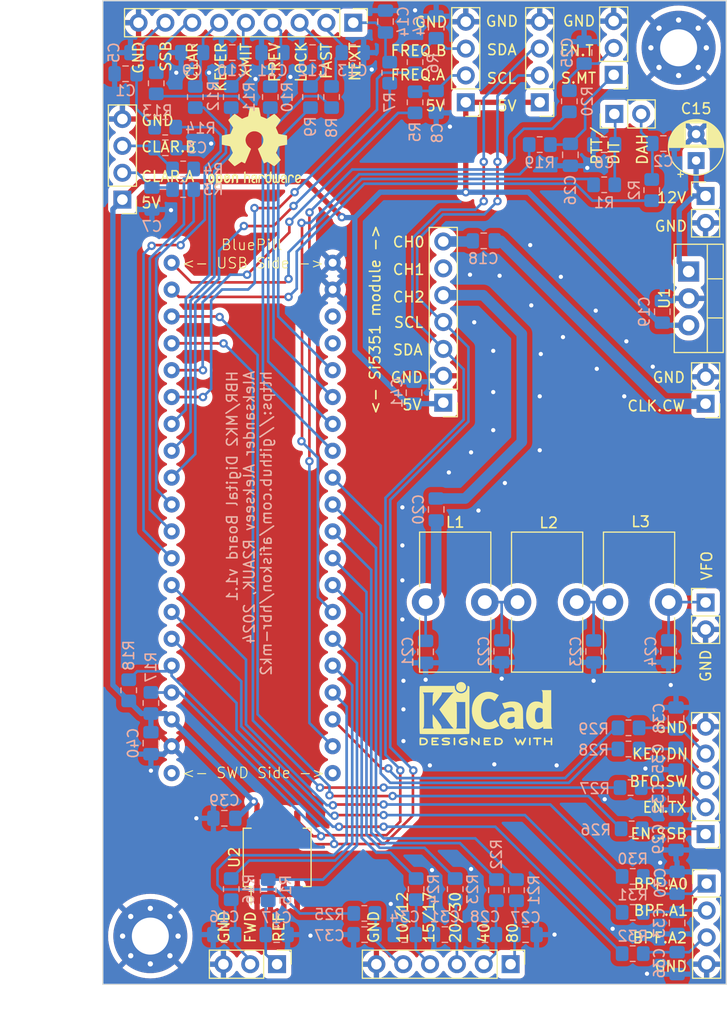
<source format=kicad_pcb>
(kicad_pcb (version 20221018) (generator pcbnew)
  (title_block (title "HBR/MK2 Digital Board") (date "2024-04-27") (rev "1.1"))
  (layers (0 "F.Cu" signal) (31 "B.Cu" signal) (34 "B.Paste" user) (35 "F.Paste" user) (36 "B.SilkS" user "B.Silkscreen") (37 "F.SilkS" user "F.Silkscreen") (38 "B.Mask" user) (39 "F.Mask" user) (44 "Edge.Cuts" user))
  (net 0 "")
  (net 1 "Net-(J1-Pin_8)")
  (net 2 "GND")
  (net 3 "Net-(J2-Pin_2)")
  (net 4 "Net-(J3-Pin_3)")
  (net 5 "Net-(J4-Pin_3)")
  (net 6 "Net-(J1-Pin_7)")
  (net 7 "Net-(J2-Pin_1)")
  (net 8 "Net-(J3-Pin_2)")
  (net 9 "Net-(J4-Pin_2)")
  (net 10 "Net-(J1-Pin_6)")
  (net 11 "Net-(J1-Pin_5)")
  (net 12 "Net-(J1-Pin_4)")
  (net 13 "Net-(J1-Pin_3)")
  (net 14 "Net-(J1-Pin_2)")
  (net 15 "Net-(J1-Pin_1)")
  (net 16 "+12V")
  (net 17 "Net-(J5-Pin_2)")
  (net 18 "Net-(J5-Pin_1)")
  (net 19 "Net-(J6-Pin_7)")
  (net 20 "CLK_CW")
  (net 21 "+5VD")
  (net 22 "Net-(J6-Pin_5)")
  (net 23 "Net-(C20-Pad2)")
  (net 24 "Net-(C22-Pad1)")
  (net 25 "Net-(C23-Pad1)")
  (net 26 "VFO")
  (net 27 "Net-(J7-Pin_2)")
  (net 28 "Net-(J7-Pin_1)")
  (net 29 "Net-(J10-Pin_1)")
  (net 30 "Net-(J10-Pin_2)")
  (net 31 "Net-(J11-Pin_1)")
  (net 32 "Net-(J9-Pin_1)")
  (net 33 "Net-(J10-Pin_3)")
  (net 34 "Net-(J11-Pin_2)")
  (net 35 "Net-(J9-Pin_2)")
  (net 36 "Net-(J10-Pin_4)")
  (net 37 "Net-(J11-Pin_3)")
  (net 38 "Net-(J9-Pin_3)")
  (net 39 "Net-(J10-Pin_5)")
  (net 40 "Net-(J11-Pin_4)")
  (net 41 "I2C_SCL")
  (net 42 "I2C_SDA")
  (net 43 "KEY_DIT_AND_PTT")
  (net 44 "KEY_DAH")
  (net 45 "CLAR_ROT_A")
  (net 46 "CLAR_ROT_B")
  (net 47 "FREQ_ROT_A")
  (net 48 "FREQ_ROT_B")
  (net 49 "BTN_NEXT")
  (net 50 "BTN_FAST")
  (net 51 "BTN_LOCK")
  (net 52 "BTN_PREV")
  (net 53 "BTN_XMIT")
  (net 54 "BTN_KEYER")
  (net 55 "BTN_CLAR")
  (net 56 "SSB_GND")
  (net 57 "PWR_REF")
  (net 58 "PWR_FWD")
  (net 59 "S_METER_OUT")
  (net 60 "ENABLE_CW_TONE")
  (net 61 "LPF_SEL_80")
  (net 62 "LPF_SEL_40")
  (net 63 "LPF_SEL_20_30")
  (net 64 "LPF_SEL_15_17")
  (net 65 "LPF_SEL_10_12")
  (net 66 "ENABLE_SSB_MODE")
  (net 67 "ENABLE_TX_12V")
  (net 68 "BFO_SWITCH")
  (net 69 "ENABLE_KEYED_VCC")
  (net 70 "BPF_SEL_A0")
  (net 71 "BPF_SEL_A1")
  (net 72 "BPF_SEL_A2")
  (footprint "Inductor_THT:L_Toroid_Vertical_L13.0mm_W6.5mm_P5.60mm" (layer "F.Cu") (at 164.7 101.86 90)
    (fp_text reference "L3")
    (fp_text value "T50-6" hide)
  )
  (footprint "Symbol:OSHW-Logo2_9.8x8mm_SilkScreen" (layer "F.Cu") (at 131.1 58.8)
    (fp_text reference "SYM1" hide)
    (fp_text value "Logo_Open_Hardware_Small" hide)
  )
  (footprint "Package_SO:SO-8_5.3x6.2mm_P1.27mm" (layer "F.Cu") (at 133.25 126 90)
    (fp_text reference "U2")
    (fp_text value "24LC64" hide)
  )
  (footprint "Connector_PinHeader_2.54mm:PinHeader_1x04_P2.54mm_Vertical" (layer "F.Cu") (at 151.1 54.6 180)
    (fp_text reference "J4" hide)
    (fp_text value "Conn_01x04" hide)
  )
  (footprint "Connector_PinHeader_2.54mm:PinHeader_1x02_P2.54mm_Vertical" (layer "F.Cu") (at 173.8 83.1 180)
    (fp_text reference "J13" hide)
    (fp_text value "Conn_01x02" hide)
  )
  (footprint "My_Library:BluePill" (layer "F.Cu") (at 130.88 90.09)
    (fp_text reference "U3" hide)
    (fp_text value "BluePill" hide)
  )
  (footprint "Connector_PinHeader_2.54mm:PinHeader_1x03_P2.54mm_Vertical" (layer "F.Cu") (at 165.1 52 180)
    (fp_text reference "J7" hide)
    (fp_text value "Conn_01x03" hide)
  )
  (footprint "Connector_PinHeader_2.54mm:PinHeader_1x09_P2.54mm_Vertical" (layer "F.Cu") (at 140.45 47.0725 -90)
    (fp_text reference "J1" hide)
    (fp_text value "Conn_01x09" hide)
  )
  (footprint "Connector_PinHeader_2.54mm:PinHeader_1x04_P2.54mm_Vertical" (layer "F.Cu") (at 118.6 63.8 180)
    (fp_text reference "J3" hide)
    (fp_text value "Conn_01x04" hide)
  )
  (footprint "Package_TO_SOT_THT:TO-220-3_Vertical" (layer "F.Cu") (at 172.2 70.6 -90)
    (fp_text reference "U1")
    (fp_text value "LM7805" hide)
  )
  (footprint "Connector_PinHeader_2.54mm:PinHeader_1x02_P2.54mm_Vertical" (layer "F.Cu") (at 165.16 55.7 90)
    (fp_text reference "J2" hide)
    (fp_text value "Conn_01x02" hide)
  )
  (footprint "Connector_PinHeader_2.54mm:PinHeader_1x04_P2.54mm_Vertical" (layer "F.Cu") (at 173.9 128.48)
    (fp_text reference "J9" hide)
    (fp_text value "Conn_01x04" hide)
  )
  (footprint "Inductor_THT:L_Toroid_Vertical_L13.0mm_W6.5mm_P5.60mm" (layer "F.Cu") (at 156 101.86 90)
    (fp_text reference "L2")
    (fp_text value "T50-6" hide)
  )
  (footprint "MountingHole:MountingHole_3.5mm_Pad_Via" (layer "F.Cu") (at 171.243845 49.443845)
    (fp_text reference "H1" hide)
    (fp_text value "MountingHole_Pad" hide)
  )
  (footprint "Connector_PinHeader_2.54mm:PinHeader_1x07_P2.54mm_Vertical" (layer "F.Cu") (at 148.971 83 180)
    (fp_text reference "J6" hide)
    (fp_text value "Conn_01x07" hide)
  )
  (footprint "Connector_PinHeader_2.54mm:PinHeader_1x06_P2.54mm_Vertical" (layer "F.Cu") (at 155.34 136.1 -90)
    (fp_text reference "J10" hide)
    (fp_text value "Conn_01x06" hide)
  )
  (footprint "Connector_PinHeader_2.54mm:PinHeader_1x05_P2.54mm_Vertical" (layer "F.Cu") (at 173.8 123.8 180)
    (fp_text reference "J11" hide)
    (fp_text value "Conn_01x05" hide)
  )
  (footprint "Connector_PinHeader_2.54mm:PinHeader_1x03_P2.54mm_Vertical" (layer "F.Cu") (at 133.24 136.1 -90)
    (fp_text reference "J5" hide)
    (fp_text value "Conn_01x03" hide)
  )
  (footprint "Connector_PinHeader_2.54mm:PinHeader_1x02_P2.54mm_Vertical" (layer "F.Cu") (at 173.8 63.46)
    (fp_text reference "J14" hide)
    (fp_text value "Conn_01x02" hide)
  )
  (footprint "Capacitor_THT:CP_Radial_D5.0mm_P2.50mm" (layer "F.Cu") (at 172.9 60.105113 90)
    (fp_text reference "C15")
    (fp_text value "10u" hide)
  )
  (footprint "Connector_PinHeader_2.54mm:PinHeader_1x02_P2.54mm_Vertical" (layer "F.Cu") (at 173.8 101.9)
    (fp_text reference "J12" hide)
    (fp_text value "Conn_01x02" hide)
  )
  (footprint "Symbol:KiCad-Logo2_5mm_SilkScreen" (layer "F.Cu") (at 153 112.4)
    (fp_text reference "SYM2" hide)
    (fp_text value "SYM_Radio_Waves_Large" hide)
  )
  (footprint "Inductor_THT:L_Toroid_Vertical_L13.0mm_W6.5mm_P5.60mm" (layer "F.Cu") (at 147.3 101.86 90)
    (fp_text reference "L1")
    (fp_text value "T50-6" hide)
  )
  (footprint "MountingHole:MountingHole_3.5mm_Pad_Via" (layer "F.Cu") (at 121.243845 133.443845)
    (fp_text reference "H2" hide)
    (fp_text value "MountingHole_Pad" hide)
  )
  (footprint "Connector_PinHeader_2.54mm:PinHeader_1x04_P2.54mm_Vertical" (layer "F.Cu") (at 158.1 54.6 180)
    (fp_text reference "J8" hide)
    (fp_text value "Conn_01x04" hide)
  )
  (footprint "Resistor_SMD:R_0805_2012Metric_Pad1.20x1.40mm_HandSolder" (layer "B.Cu") (at 121.8 52.8 -90)
    (fp_text reference "R13")
    (fp_text value "22" hide)
  )
  (footprint "Capacitor_SMD:C_0805_2012Metric_Pad1.18x1.45mm_HandSolder" (layer "B.Cu") (at 169.8 58.5)
    (fp_text reference "C2")
    (fp_text value "0.1u" hide)
  )
  (footprint "Capacitor_SMD:C_0805_2012Metric_Pad1.18x1.45mm_HandSolder" (layer "B.Cu") (at 121.3 115.2 -90)
    (fp_text reference "C40")
    (fp_text value "0.1u" hide)
  )
  (footprint "Capacitor_SMD:C_0805_2012Metric_Pad1.18x1.45mm_HandSolder" (layer "B.Cu") (at 164.2 58.6 180)
    (fp_text reference "C6")
    (fp_text value "0.1u" hide)
  )
  (footprint "Resistor_SMD:R_0805_2012Metric_Pad1.20x1.40mm_HandSolder" (layer "B.Cu") (at 164.2 62.4 180)
    (fp_text reference "R1")
    (fp_text value "22" hide)
  )
  (footprint "Resistor_SMD:R_0805_2012Metric_Pad1.20x1.40mm_HandSolder" (layer "B.Cu") (at 132.6 54.1 -90)
    (fp_text reference "R10")
    (fp_text value "22" hide)
  )
  (footprint "Resistor_SMD:R_0805_2012Metric_Pad1.20x1.40mm_HandSolder" (layer "B.Cu") (at 124.35 62.85)
    (fp_text reference "R3")
    (fp_text value "22" hide)
  )
  (footprint "Resistor_SMD:R_0805_2012Metric_Pad1.20x1.40mm_HandSolder" (layer "B.Cu") (at 143.9 51.8 -90)
    (fp_text reference "R7")
    (fp_text value "22" hide)
  )
  (footprint "Capacitor_SMD:C_0805_2012Metric_Pad1.18x1.45mm_HandSolder" (layer "B.Cu") (at 148.3 93.1 -90)
    (fp_text reference "C20")
    (fp_text value "0.1u" hide)
  )
  (footprint "Capacitor_SMD:C_0805_2012Metric_Pad1.18x1.45mm_HandSolder" (layer "B.Cu") (at 163.2 106.5225 -90)
    (fp_text reference "C23")
    (fp_text value "180p" hide)
  )
  (footprint "Capacitor_SMD:C_0805_2012Metric_Pad1.18x1.45mm_HandSolder" (layer "B.Cu") (at 147.3 106.56 -90)
    (fp_text reference "C21")
    (fp_text value "120p" hide)
  )
  (footprint "Resistor_SMD:R_0805_2012Metric_Pad1.20x1.40mm_HandSolder" (layer "B.Cu") (at 121.3 111.4 90)
    (fp_text reference "R17")
    (fp_text value "4.7K" hide)
  )
  (footprint "Resistor_SMD:R_0805_2012Metric_Pad1.20x1.40mm_HandSolder" (layer "B.Cu") (at 136.4 54.1 -90)
    (fp_text reference "R9")
    (fp_text value "22" hide)
  )
  (footprint "Capacitor_SMD:C_0805_2012Metric_Pad1.18x1.45mm_HandSolder" (layer "B.Cu") (at 171 112.8625 90)
    (fp_text reference "C38")
    (fp_text value "0.1u" hide)
  )
  (footprint "Resistor_SMD:R_0805_2012Metric_Pad1.20x1.40mm_HandSolder" (layer "B.Cu") (at 146.3 50.8 -90)
    (fp_text reference "R6")
    (fp_text value "22" hide)
  )
  (footprint "Resistor_SMD:R_0805_2012Metric_Pad1.20x1.40mm_HandSolder" (layer "B.Cu") (at 138.4 54.1 -90)
    (fp_text reference "R8")
    (fp_text value "22" hide)
  )
  (footprint "Capacitor_SMD:C_0805_2012Metric_Pad1.18x1.45mm_HandSolder" (layer "B.Cu") (at 129 49.9 180)
    (fp_text reference "C10")
    (fp_text value "0.1u" hide)
  )
  (footprint "Capacitor_SMD:C_0805_2012Metric_Pad1.18x1.45mm_HandSolder" (layer "B.Cu") (at 171 120.4625 -90)
    (fp_text reference "C32")
    (fp_text value "0.1u" hide)
  )
  (footprint "Resistor_SMD:R_0805_2012Metric_Pad1.20x1.40mm_HandSolder" (layer "B.Cu") (at 160.9 54.5 -90)
    (fp_text reference "R20")
    (fp_text value "22" hide)
  )
  (footprint "Capacitor_SMD:C_0805_2012Metric_Pad1.18x1.45mm_HandSolder" (layer "B.Cu") (at 128.2375 133.3 180)
    (fp_text reference "C16")
    (fp_text value "0.1u" hide)
  )
  (footprint "Capacitor_SMD:C_0805_2012Metric_Pad1.18x1.45mm_HandSolder" (layer "B.Cu") (at 162.3 49.9 90)
    (fp_text reference "C25")
    (fp_text value "0.1u" hide)
  )
  (footprint "Capacitor_SMD:C_0805_2012Metric_Pad1.18x1.45mm_HandSolder" (layer "B.Cu") (at 148.3 54.5625 -90)
    (fp_text reference "C8")
    (fp_text value "0.1u" hide)
  )
  (footprint "Capacitor_SMD:C_0805_2012Metric_Pad1.18x1.45mm_HandSolder" (layer "B.Cu") (at 121.4 63.7 -90)
    (fp_text reference "C7")
    (fp_text value "0.1u" hide)
  )
  (footprint "Resistor_SMD:R_0805_2012Metric_Pad1.20x1.40mm_HandSolder" (layer "B.Cu") (at 128.9 129 90)
    (fp_text reference "R16")
    (fp_text value "22" hide)
  )
  (footprint "Capacitor_SMD:C_0805_2012Metric_Pad1.18x1.45mm_HandSolder" (layer "B.Cu") (at 171 124.2625 -90)
    (fp_text reference "C29")
    (fp_text value "0.1u" hide)
  )
  (footprint "Resistor_SMD:R_0805_2012Metric_Pad1.20x1.40mm_HandSolder" (layer "B.Cu") (at 168.7 62.9 -90)
    (fp_text reference "R2")
    (fp_text value "22" hide)
  )
  (footprint "Resistor_SMD:R_0805_2012Metric_Pad1.20x1.40mm_HandSolder" (layer "B.Cu") (at 122.65 56.95)
    (fp_text reference "R14")
    (fp_text value "22" hide)
  )
  (footprint "Capacitor_SMD:C_0805_2012Metric_Pad1.18x1.45mm_HandSolder" (layer "B.Cu") (at 171.1 132.2 -90)
    (fp_text reference "C33")
    (fp_text value "0.1u" hide)
  )
  (footprint "Resistor_SMD:R_0805_2012Metric_Pad1.20x1.40mm_HandSolder" (layer "B.Cu") (at 166.5 113.75 180)
    (fp_text reference "R29")
    (fp_text value "22" hide)
  )
  (footprint "Capacitor_SMD:C_0805_2012Metric_Pad1.18x1.45mm_HandSolder" (layer "B.Cu") (at 118.9 51.9 180)
    (fp_text reference "C1")
    (fp_text value "0.1u" hide)
  )
  (footprint "Capacitor_SMD:C_0805_2012Metric_Pad1.18x1.45mm_HandSolder" (layer "B.Cu") (at 171.1 128.4 90)
    (fp_text reference "C30")
    (fp_text value "0.1u" hide)
  )
  (footprint "Capacitor_SMD:C_0805_2012Metric_Pad1.18x1.45mm_HandSolder" (layer "B.Cu") (at 145.325 133.3 180)
    (fp_text reference "C34")
    (fp_text value "0.1u" hide)
  )
  (footprint "Resistor_SMD:R_0805_2012Metric_Pad1.20x1.40mm_HandSolder" (layer "B.Cu") (at 125.5 54.1 -90)
    (fp_text reference "R12")
    (fp_text value "22" hide)
  )
  (footprint "Resistor_SMD:R_0805_2012Metric_Pad1.20x1.40mm_HandSolder" (layer "B.Cu") (at 146.4 129 90)
    (fp_text reference "R24")
    (fp_text value "22" hide)
  )
  (footprint "Capacitor_SMD:C_0805_2012Metric_Pad1.18x1.45mm_HandSolder" (layer "B.Cu") (at 171 116.6625 -90)
    (fp_text reference "C35")
    (fp_text value "0.1u" hide)
  )
  (footprint "Capacitor_SMD:C_0805_2012Metric_Pad1.18x1.45mm_HandSolder" (layer "B.Cu") (at 143.5 46.9625 90)
    (fp_text reference "C14")
    (fp_text value "0.1u" hide)
  )
  (footprint "Capacitor_SMD:C_0805_2012Metric_Pad1.18x1.45mm_HandSolder" (layer "B.Cu") (at 152.8 67.7)
    (fp_text reference "C18")
    (fp_text value "0.1u" hide)
  )
  (footprint "Resistor_SMD:R_0805_2012Metric_Pad1.20x1.40mm_HandSolder" (layer "B.Cu") (at 166.9 135.1 180)
    (fp_text reference "R32")
    (fp_text value "22" hide)
  )
  (footprint "Capacitor_SMD:C_0805_2012Metric_Pad1.18x1.45mm_HandSolder" (layer "B.Cu") (at 148.3 47.5 90)
    (fp_text reference "C4")
    (fp_text value "0.1u" hide)
  )
  (footprint "Capacitor_SMD:C_0805_2012Metric_Pad1.18x1.45mm_HandSolder" (layer "B.Cu") (at 132.8 49.9 180)
    (fp_text reference "C11")
    (fp_text value "0.1u" hide)
  )
  (footprint "Resistor_SMD:R_0805_2012Metric_Pad1.20x1.40mm_HandSolder" (layer "B.Cu") (at 141.5 131.3 180)
    (fp_text reference "R25")
    (fp_text value "22" hide)
  )
  (footprint "Resistor_SMD:R_0805_2012Metric_Pad1.20x1.40mm_HandSolder" (layer "B.Cu") (at 154 129.1 90)
    (fp_text reference "R22")
    (fp_text value "22" hide)
  )
  (footprint "Resistor_SMD:R_0805_2012Metric_Pad1.20x1.40mm_HandSolder" (layer "B.Cu") (at 166.9 131.2 180)
    (fp_text reference "R31")
    (fp_text value "22" hide)
  )
  (footprint "Resistor_SMD:R_0805_2012Metric_Pad1.20x1.40mm_HandSolder" (layer "B.Cu") (at 155.9 129.1 90)
    (fp_text reference "R21")
    (fp_text value "22" hide)
  )
  (footprint "Resistor_SMD:R_0805_2012Metric_Pad1.20x1.40mm_HandSolder" (layer "B.Cu") (at 166.5 115.75 180)
    (fp_text reference "R28")
    (fp_text value "22" hide)
  )
  (footprint "Capacitor_SMD:C_0805_2012Metric_Pad1.18x1.45mm_HandSolder" (layer "B.Cu") (at 128.25 122.3 180)
    (fp_text reference "C39")
    (fp_text value "0.1u" hide)
  )
  (footprint "Capacitor_SMD:C_0805_2012Metric_Pad1.18x1.45mm_HandSolder" (layer "B.Cu") (at 169.7 74.4 90)
    (fp_text reference "C19")
    (fp_text value "0.1u" hide)
  )
  (footprint "Capacitor_SMD:C_0805_2012Metric_Pad1.18x1.45mm_HandSolder" (layer "B.Cu") (at 133.2 133.3)
    (fp_text reference "C17")
    (fp_text value "0.1u" hide)
  )
  (footprint "Resistor_SMD:R_0805_2012Metric_Pad1.20x1.40mm_HandSolder" (layer "B.Cu") (at 128.9 54.1 -90)
    (fp_text reference "R11")
    (fp_text value "22" hide)
  )
  (footprint "Capacitor_SMD:C_0805_2012Metric_Pad1.18x1.45mm_HandSolder" (layer "B.Cu") (at 161 59.5625 -90)
    (fp_text reference "C26")
    (fp_text value "0.1u" hide)
  )
  (footprint "Capacitor_SMD:C_0805_2012Metric_Pad1.18x1.45mm_HandSolder" (layer "B.Cu") (at 149.125 133.3 180)
    (fp_text reference "C31")
    (fp_text value "0.1u" hide)
  )
  (footprint "Resistor_SMD:R_0805_2012Metric_Pad1.20x1.40mm_HandSolder" (layer "B.Cu") (at 166.9 127.8 180)
    (fp_text reference "R30")
    (fp_text value "22" hide)
  )
  (footprint "Capacitor_SMD:C_0805_2012Metric_Pad1.18x1.45mm_HandSolder" (layer "B.Cu") (at 156.7625 133.3)
    (fp_text reference "C27")
    (fp_text value "0.1u" hide)
  )
  (footprint "Resistor_SMD:R_0805_2012Metric_Pad1.20x1.40mm_HandSolder" (layer "B.Cu") (at 146.3 54.6 -90)
    (fp_text reference "R5")
    (fp_text value "22" hide)
  )
  (footprint "Capacitor_SMD:C_0805_2012Metric_Pad1.18x1.45mm_HandSolder" (layer "B.Cu") (at 170.3 106.51 -90)
    (fp_text reference "C24")
    (fp_text value "120p" hide)
  )
  (footprint "Capacitor_SMD:C_0805_2012Metric_Pad1.18x1.45mm_HandSolder" (layer "B.Cu") (at 171.1 136 -90)
    (fp_text reference "C36")
    (fp_text value "0.1u" hide)
  )
  (footprint "Capacitor_SMD:C_0805_2012Metric_Pad1.18x1.45mm_HandSolder" (layer "B.Cu") (at 120.4 49.9 180)
    (fp_text reference "C5")
    (fp_text value "0.1u" hide)
  )
  (footprint "Capacitor_SMD:C_0805_2012Metric_Pad1.18x1.45mm_HandSolder" (layer "B.Cu") (at 146.2 82.0625 90)
    (fp_text reference "C41")
    (fp_text value "0.1u" hide)
  )
  (footprint "Resistor_SMD:R_0805_2012Metric_Pad1.20x1.40mm_HandSolder" (layer "B.Cu") (at 132.4 129.1 90)
    (fp_text reference "R15")
    (fp_text value "22" hide)
  )
  (footprint "Resistor_SMD:R_0805_2012Metric_Pad1.20x1.40mm_HandSolder" (layer "B.Cu") (at 119.2 110.2 90)
    (fp_text reference "R18")
    (fp_text value "4.7K" hide)
  )
  (footprint "Capacitor_SMD:C_0805_2012Metric_Pad1.18x1.45mm_HandSolder" (layer "B.Cu") (at 152.925 133.3 180)
    (fp_text reference "C28")
    (fp_text value "0.1u" hide)
  )
  (footprint "Capacitor_SMD:C_0805_2012Metric_Pad1.18x1.45mm_HandSolder" (layer "B.Cu") (at 125.2 49.9 180)
    (fp_text reference "C9")
    (fp_text value "0.1u" hide)
  )
  (footprint "Resistor_SMD:R_0805_2012Metric_Pad1.20x1.40mm_HandSolder" (layer "B.Cu") (at 150.1 129 90)
    (fp_text reference "R23")
    (fp_text value "22" hide)
  )
  (footprint "Capacitor_SMD:C_0805_2012Metric_Pad1.18x1.45mm_HandSolder" (layer "B.Cu") (at 136.6 49.9 180)
    (fp_text reference "C12")
    (fp_text value "0.1u" hide)
  )
  (footprint "Resistor_SMD:R_0805_2012Metric_Pad1.20x1.40mm_HandSolder" (layer "B.Cu") (at 158.1 58.6 180)
    (fp_text reference "R19")
    (fp_text value "22" hide)
  )
  (footprint "Capacitor_SMD:C_0805_2012Metric_Pad1.18x1.45mm_HandSolder" (layer "B.Cu") (at 140.4 49.9)
    (fp_text reference "C13")
    (fp_text value "0.1u" hide)
  )
  (footprint "Resistor_SMD:R_0805_2012Metric_Pad1.20x1.40mm_HandSolder" (layer "B.Cu") (at 166.7 119.4 180)
    (fp_text reference "R27")
    (fp_text value "22" hide)
  )
  (footprint "Capacitor_SMD:C_0805_2012Metric_Pad1.18x1.45mm_HandSolder" (layer "B.Cu") (at 141.525 133.3 180)
    (fp_text reference "C37")
    (fp_text value "0.1u" hide)
  )
  (footprint "Resistor_SMD:R_0805_2012Metric_Pad1.20x1.40mm_HandSolder" (layer "B.Cu") (at 166.8 123.3 180)
    (fp_text reference "R26")
    (fp_text value "22" hide)
  )
  (footprint "Capacitor_SMD:C_0805_2012Metric_Pad1.18x1.45mm_HandSolder" (layer "B.Cu") (at 154.5 106.51 -90)
    (fp_text reference "C22")
    (fp_text value "180p" hide)
  )
  (footprint "Capacitor_SMD:C_0805_2012Metric_Pad1.18x1.45mm_HandSolder" (layer "B.Cu") (at 122.6625 58.9)
    (fp_text reference "C3")
    (fp_text value "0.1u" hide)
  )
  (footprint "Resistor_SMD:R_0805_2012Metric_Pad1.20x1.40mm_HandSolder" (layer "B.Cu") (at 124.35 60.9)
    (fp_text reference "R4")
    (fp_text value "22" hide)
  )
  (gr_line (start 175.75 45) (end 175.75 138) (stroke (width 0.1)) (layer "Edge.Cuts"))
  (gr_line (start 116.75 138) (end 116.75 45) (stroke (width 0.1)) (layer "Edge.Cuts"))
  (gr_line (start 116.75 45) (end 175.75 45) (stroke (width 0.1)) (layer "Edge.Cuts"))
  (gr_line (start 175.75 138) (end 116.75 138) (stroke (width 0.1)) (layer "Edge.Cuts"))
  (gr_text "HBR/MK2 Digital Board v1.1\nAleksander Alekseev R2AUK, 2024\nhttps://github.com/afiskon/hbr-mk2" (at 132.8 79.9 90) (layer "B.SilkS") (effects (font (size 1 1)) (justify left bottom mirror)))
  (gr_text "5V" (at 145 83.8) (layer "F.SilkS") (effects (font (size 1 1)) (justify left bottom)))
  (gr_text "EN.SSB" (at 166.6 124.35) (layer "F.SilkS") (effects (font (size 1 1)) (justify left bottom)))
  (gr_text "BPF.A0" (at 166.9 129.1) (layer "F.SilkS") (effects (font (size 1 1)) (justify left bottom)))
  (gr_text "GND" (at 168.7 81.2) (layer "F.SilkS") (effects (font (size 1 1)) (justify left bottom)))
  (gr_text "GND" (at 152.9 47.52) (layer "F.SilkS") (effects (font (size 1 1)) (justify left bottom)))
  (gr_text "VFO" (at 174.5 99.9 90) (layer "F.SilkS") (effects (font (size 1 1)) (justify left bottom)))
  (gr_text "SCL" (at 144.2 76) (layer "F.SilkS") (effects (font (size 1 1)) (justify left bottom)))
  (gr_text "5V" (at 147.2 55.52) (layer "F.SilkS") (effects (font (size 1 1)) (justify left bottom)))
  (gr_text "GND" (at 174.4 109.5 90) (layer "F.SilkS") (effects (font (size 1 1)) (justify left bottom)))
  (gr_text "LOCK" (at 136.1 52.8 90) (layer "F.SilkS") (effects (font (size 1 1)) (justify left bottom)))
  (gr_text "GND" (at 146.2 47.6) (layer "F.SilkS") (effects (font (size 1 1)) (justify left bottom)))
  (gr_text "80" (at 156.1 134.2 90) (layer "F.SilkS") (effects (font (size 1 1)) (justify left bottom)))
  (gr_text "GND" (at 143.9 81.2) (layer "F.SilkS") (effects (font (size 1 1)) (justify left bottom)))
  (gr_text "CLK.CW" (at 166.3 83.9) (layer "F.SilkS") (effects (font (size 1 1)) (justify left bottom)))
  (gr_text "GND" (at 168.95 114.3) (layer "F.SilkS") (effects (font (size 1 1)) (justify left bottom)))
  (gr_text "EN.TX" (at 167.75 121.85) (layer "F.SilkS") (effects (font (size 1 1)) (justify left bottom)))
  (gr_text "CH1" (at 144.1 71) (layer "F.SilkS") (effects (font (size 1 1)) (justify left bottom)))
  (gr_text "S.MT" (at 160 52.9) (layer "F.SilkS") (effects (font (size 1 1)) (justify left bottom)))
  (gr_text "5V" (at 154 55.52) (layer "F.SilkS") (effects (font (size 1 1)) (justify left bottom)))
  (gr_text "NEXT" (at 141.2 52.7 90) (layer "F.SilkS") (effects (font (size 1 1)) (justify left bottom)))
  (gr_text "GND" (at 120.3 56.9) (layer "F.SilkS") (effects (font (size 1 1)) (justify left bottom)))
  (gr_text "5V" (at 120.3 64.7) (layer "F.SilkS") (effects (font (size 1 1)) (justify left bottom)))
  (gr_text "PREV" (at 133.6 52.8 90) (layer "F.SilkS") (effects (font (size 1 1)) (justify left bottom)))
  (gr_text "FAST" (at 138.5 52.5 90) (layer "F.SilkS") (effects (font (size 1 1)) (justify left bottom)))
  (gr_text "CLAR.A" (at 120.3 62.2) (layer "F.SilkS") (effects (font (size 1 1)) (justify left bottom)))
  (gr_text "GND" (at 128.8 134.2 90) (layer "F.SilkS") (effects (font (size 1 1)) (justify left bottom)))
  (gr_text "CH0" (at 144.1 68.4) (layer "F.SilkS") (effects (font (size 1 1)) (justify left bottom)))
  (gr_text "CLAR" (at 125.8 52.7 90) (layer "F.SilkS") (effects (font (size 1 1)) (justify left bottom)))
  (gr_text "12V" (at 169.1 64.2) (layer "F.SilkS") (effects (font (size 1 1)) (justify left bottom)))
  (gr_text "CH2" (at 144.1 73.6) (layer "F.SilkS") (effects (font (size 1 1)) (justify left bottom)))
  (gr_text "EN.T" (at 159.9 50.3) (layer "F.SilkS") (effects (font (size 1 1)) (justify left bottom)))
  (gr_text "10/12" (at 145.7 134.2 90) (layer "F.SilkS") (effects (font (size 1 1)) (justify left bottom)))
  (gr_text "FREQ.A" (at 143.9 52.6) (layer "F.SilkS") (effects (font (size 1 1)) (justify left bottom)))
  (gr_text "KEYER" (at 128.5 53.7 90) (layer "F.SilkS") (effects (font (size 1 1)) (justify left bottom)))
  (gr_text "BPF.A2" (at 166.8 134.2) (layer "F.SilkS") (effects (font (size 1 1)) (justify left bottom)))
  (gr_text "15/17" (at 148.2 134.2 90) (layer "F.SilkS") (effects (font (size 1 1)) (justify left bottom)))
  (gr_text "XMIT" (at 130.9 52.4 90) (layer "F.SilkS") (effects (font (size 1 1)) (justify left bottom)))
  (gr_text "BPF.A1" (at 166.9 131.6) (layer "F.SilkS") (effects (font (size 1 1)) (justify left bottom)))
  (gr_text "GND" (at 120.7 52 90) (layer "F.SilkS") (effects (font (size 1 1)) (justify left bottom)))
  (gr_text "SCL" (at 153 52.92) (layer "F.SilkS") (effects (font (size 1 1)) (justify left bottom)))
  (gr_text "GND" (at 168.9 136.9) (layer "F.SilkS") (effects (font (size 1 1)) (justify left bottom)))
  (gr_text "FWD" (at 131.3 134.2 90) (layer "F.SilkS") (effects (font (size 1 1)) (justify left bottom)))
  (gr_text "DAH" (at 168.4 60.6 90) (layer "F.SilkS") (effects (font (size 1 1)) (justify left bottom)))
  (gr_text "<- Si5351 module ->" (at 143.1 84.2 90) (layer "F.SilkS") (effects (font (size 1 1)) (justify left bottom)))
  (gr_text "KEY.DN" (at 166.75 116.8) (layer "F.SilkS") (effects (font (size 1 1)) (justify left bottom)))
  (gr_text "CLAR.B" (at 120.3 59.4) (layer "F.SilkS") (effects (font (size 1 1)) (justify left bottom)))
  (gr_text "BFO.SW" (at 166.5 119.4) (layer "F.SilkS") (effects (font (size 1 1)) (justify left bottom)))
  (gr_text "20/30" (at 150.7 134.2 90) (layer "F.SilkS") (effects (font (size 1 1)) (justify left bottom)))
  (gr_text "PTT/\nDIT" (at 165.7 60.6 90) (layer "F.SilkS") (effects (font (size 1 1)) (justify left bottom)))
  (gr_text "SSB" (at 123.3 51.8 90) (layer "F.SilkS") (effects (font (size 1 1)) (justify left bottom)))
  (gr_text "GND" (at 168.9 66.9) (layer "F.SilkS") (effects (font (size 1 1)) (justify left bottom)))
  (gr_text "GND" (at 160.2 47.5) (layer "F.SilkS") (effects (font (size 1 1)) (justify left bottom)))
  (gr_text "REF" (at 134 134.1 90) (layer "F.SilkS") (effects (font (size 1 1)) (justify left bottom)))
  (gr_text "GND" (at 142.9625 134.2 90) (layer "F.SilkS") (effects (font (size 1 1)) (justify left bottom)))
  (gr_text "FREQ.B" (at 143.9 50.3) (layer "F.SilkS") (effects (font (size 1 1)) (justify left bottom)))
  (gr_text "40" (at 153.4 134.2 90) (layer "F.SilkS") (effects (font (size 1 1)) (justify left bottom)))
  (gr_text "SDA" (at 144.1 78.6) (layer "F.SilkS") (effects (font (size 1 1)) (justify left bottom)))
  (gr_text "SDA" (at 153 50.22) (layer "F.SilkS") (effects (font (size 1 1)) (justify left bottom)))
  (segment (start 119.9375 51.9) (end 120.4 51.4375) (width 0.25) (layer "B.Cu") (net 1))
  (segment (start 120.4 51.4375) (end 120.4 49.1) (width 0.25) (layer "B.Cu") (net 1))
  (segment (start 121.65 56.95) (end 119.9375 55.2375) (width 0.25) (layer "B.Cu") (net 1))
  (segment (start 120.4 49.1) (end 122.4275 47.0725) (width 0.25) (layer "B.Cu") (net 1))
  (segment (start 122.4275 47.0725) (end 122.67 47.0725) (width 0.25) (layer "B.Cu") (net 1))
  (segment (start 119.9375 55.2375) (end 119.9375 51.9) (width 0.25) (layer "B.Cu") (net 1))
  (via (at 166.3 77.2) (size 0.8) (drill 0.4) (layers "F.Cu" "B.Cu") (net 2))
  (via (at 153.7 85.6) (size 0.8) (drill 0.4) (layers "F.Cu" "B.Cu") (net 2))
  (via (at 168.1 117.6) (size 0.8) (drill 0.4) (layers "F.Cu" "B.Cu") (net 2))
  (via (at 158.1 82.4) (size 0.8) (drill 0.4) (layers "F.Cu" "B.Cu") (net 2))
  (via (at 153.7 78.1) (size 0.8) (drill 0.4) (layers "F.Cu" "B.Cu") (net 2))
  (via (at 149.5 89.6) (size 0.8) (drill 0.4) (layers "F.Cu" "B.Cu") (net 2))
  (via (at 121.3 117.8) (size 0.8) (drill 0.4) (layers "F.Cu" "B.Cu") (net 2))
  (via (at 159.5 133.3) (size 0.8) (drill 0.4) (layers "F.Cu" "B.Cu") (net 2))
  (via (at 158.2 78.4) (size 0.8) (drill 0.4) (layers "F.Cu" "B.Cu") (net 2))
  (via (at 147.9 127.2) (size 0.8) (drill 0.4) (layers "F.Cu" "B.Cu") (net 2))
  (via (at 145.2 112) (size 0.8) (drill 0.4) (layers "F.Cu" "B.Cu") (net 2))
  (via (at 149.6 56.9) (size 0.8) (drill 0.4) (layers "F.Cu" "B.Cu") (net 2))
  (via (at 168.8 79.6) (size 0.8) (drill 0.4) (layers "F.Cu" "B.Cu") (net 2))
  (via (at 146.3 45.9) (size 0.8) (drill 0.4) (layers "F.Cu" "B.Cu") (net 2))
  (via (at 136.4 133.4) (size 0.8) (drill 0.4) (layers "F.Cu" "B.Cu") (net 2))
  (via (at 131.2 52.4) (size 0.8) (drill 0.4) (layers "F.Cu" "B.Cu") (net 2))
  (via (at 151.6 127.1) (size 0.8) (drill 0.4) (layers "F.Cu" "B.Cu") (net 2))
  (via (at 145.1 99.8) (size 0.8) (drill 0.4) (layers "F.Cu" "B.Cu") (net 2))
  (via (at 168.25 137) (size 0.8) (drill 0.4) (layers "F.Cu" "B.Cu") (net 2))
  (via (at 154.8 90.6) (size 0.8) (drill 0.4) (layers "F.Cu" "B.Cu") (net 2))
  (via (at 163.2 109.3) (size 0.8) (drill 0.4) (layers "F.Cu" "B.Cu") (net 2))
  (via (at 160.3 76.8) (size 0.8) (drill 0.4) (layers "F.Cu" "B.Cu") (net 2))
  (via (at 153.8 117.2) (size 0.8) (drill 0.4) (layers "F.Cu" "B.Cu") (net 2))
  (via (at 170.5 109.7) (size 0.8) (drill 0.4) (layers "F.Cu" "B.Cu") (net 2))
  (via (at 142.2 51.5) (size 0.8) (drill 0.4) (layers "F.Cu" "B.Cu") (net 2))
  (via (at 160.1 71.1) (size 0.8) (drill 0.4) (layers "F.Cu" "B.Cu") (net 2))
  (via (at 163.4 74.3) (size 0.8) (drill 0.4) (layers "F.Cu" "B.Cu") (net 2))
  (via (at 159.7 117.3) (size 0.8) (drill 0.4) (layers "F.Cu" "B.Cu") (net 2))
  (via (at 134.5 52.2) (size 0.8) (drill 0.4) (layers "F.Cu" "B.Cu") (net 2))
  (via (at 151.9 75.4) (size 0.8) (drill 0.4) (layers "F.Cu" "B.Cu") (net 2))
  (via (at 125.6 122.3) (size 0.8) (drill 0.4) (layers "F.Cu" "B.Cu") (net 2))
  (via (at 154.5 109.1) (size 0.8) (drill 0.4) (layers "F.Cu" "B.Cu") (net 2))
  (via (at 153.7 82) (size 0.8) (drill 0.4) (layers "F.Cu" "B.Cu") (net 2))
  (via (at 147.7 117.3) (size 0.8) (drill 0.4) (layers "F.Cu" "B.Cu") (net 2))
  (via (at 145.2 115) (size 0.8) (drill 0.4) (layers "F.Cu" "B.Cu") (net 2))
  (via (at 145.2 109.3) (size 0.8) (drill 0.4) (layers "F.Cu" "B.Cu") (net 2))
  (via (at 163.5 79.8) (size 0.8) (drill 0.4) (layers "F.Cu" "B.Cu") (net 2))
  (via (at 169.5 126.5) (size 0.8) (drill 0.4) (layers "F.Cu" "B.Cu") (net 2))
  (via (at 151.5 70.9) (size 0.8) (drill 0.4) (layers "F.Cu" "B.Cu") (net 2))
  (via (at 147.3 109.2) (size 0.8) (drill 0.4) (layers "F.Cu" "B.Cu") (net 2))
  (via (at 157.3 73.8) (size 0.8) (drill 0.4) (layers "F.Cu" "B.Cu") (net 2))
  (via (at 126.8 51.8) (size 0.8) (drill 0.4) (layers "F.Cu" "B.Cu") (net 2))
  (via (at 152.3 93.2) (size 0.8) (drill 0.4) (layers "F.Cu" "B.Cu") (net 2))
  (via (at 157.2 68.1) (size 0.8) (drill 0.4) (layers "F.Cu" "B.Cu") (net 2))
  (via (at 144 130.4) (size 0.8) (drill 0.4) (layers "F.Cu" "B.Cu") (net 2))
  (via (at 127 58.5) (size 0.8) (drill 0.4) (layers "F.Cu" "B.Cu") (net 2))
  (via (at 145.1 92.9) (size 0.8) (drill 0.4) (layers "F.Cu" "B.Cu") (net 2))
  (via (at 145.1 96.5) (size 0.8) (drill 0.4) (layers "F.Cu" "B.Cu") (net 2))
  (via (at 165 132.75) (size 0.8) (drill 0.4) (layers "F.Cu" "B.Cu") (net 2))
  (via (at 162.6 60.8) (size 0.8) (drill 0.4) (layers "F.Cu" "B.Cu") (net 2))
  (via (at 166.1 82.4) (size 0.8) (drill 0.4) (layers "F.Cu" "B.Cu") (net 2))
  (via (at 151.6 87.7) (size 0.8) (drill 0.4) (layers "F.Cu" "B.Cu") (net 2))
  (via (at 158.1 87.5) (size 0.8) (drill 0.4) (layers "F.Cu" "B.Cu") (net 2))
  (via (at 123.2 64.8) (size 0.8) (drill 0.4) (layers "F.Cu" "B.Cu") (net 2))
  (via (at 164.25 120.5) (size 0.8) (drill 0.4) (layers "F.Cu" "B.Cu") (net 2))
  (via (at 123.7 51.8) (size 0.8) (drill 0.4) (layers "F.Cu" "B.Cu") (net 2))
  (via (at 145.1 103.5) (size 0.8) (drill 0.4) (layers "F.Cu" "B.Cu") (net 2))
  (via (at 154.3 71) (size 0.8) (drill 0.4) (layers "F.Cu" "B.Cu") (net 2))
  (segment (start 168.7625 61.8375) (end 168.7 61.9) (width 0.25) (layer "B.Cu") (net 3))
  (segment (start 167.7 55.7) (end 167.7 57.4375) (width 0.25) (layer "B.Cu") (net 3))
  (segment (start 167.7 57.4375) (end 168.7625 58.5) (width 0.25) (layer "B.Cu") (net 3))
  (segment (start 168.7625 58.5) (end 168.7625 61.8375) (width 0.25) (layer "B.Cu") (net 3))
  (segment (start 118.6 58.72) (end 121.445 58.72) (width 0.25) (layer "B.Cu") (net 4))
  (segment (start 121.625 58.9) (end 121.625 59.175) (width 0.25) (layer "B.Cu") (net 4))
  (segment (start 121.625 59.175) (end 123.35 60.9) (width 0.25) (layer "B.Cu") (net 4))
  (segment (start 121.445 58.72) (end 121.625 58.9) (width 0.25) (layer "B.Cu") (net 4))
  (segment (start 151.1 49.52) (end 149.2825 49.52) (width 0.25) (layer "B.Cu") (net 5))
  (segment (start 148.2625 48.5375) (end 147 49.8) (width 0.25) (layer "B.Cu") (net 5))
  (segment (start 147 49.8) (end 146.3 49.8) (width 0.25) (layer "B.Cu") (net 5))
  (segment (start 149.2825 49.52) (end 148.3 48.5375) (width 0.25) (layer "B.Cu") (net 5))
  (segment (start 148.3 48.5375) (end 148.2625 48.5375) (width 0.25) (layer "B.Cu") (net 5))
  (segment (start 124.7275 47.0725) (end 125.21 47.0725) (width 0.25) (layer "B.Cu") (net 6))
  (segment (start 121.4375 49.9) (end 121.9 49.9) (width 0.25) (layer "B.Cu") (net 6))
  (segment (start 121.9 49.9) (end 124.7275 47.0725) (width 0.25) (layer "B.Cu") (net 6))
  (segment (start 121.8 50.2625) (end 121.4375 49.9) (width 0.25) (layer "B.Cu") (net 6))
  (segment (start 121.8 51.8) (end 121.8 50.2625) (width 0.25) (layer "B.Cu") (net 6))
  (segment (start 165.2 58.6375) (end 165.2375 58.6) (width 0.25) (layer "B.Cu") (net 7))
  (segment (start 165.2 62.4) (end 165.2 58.6375) (width 0.25) (layer "B.Cu") (net 7))
  (segment (start 165.2375 58.6) (end 165.2375 55.7775) (width 0.25) (layer "B.Cu") (net 7))
  (segment (start 165.2375 55.7775) (end 165.16 55.7) (width 0.25) (layer "B.Cu") (net 7))
  (segment (start 123.1625 62.6625) (end 123.35 62.85) (width 0.25) (layer "B.Cu") (net 8))
  (segment (start 121.4 62.6625) (end 123.1625 62.6625) (width 0.25) (layer "B.Cu") (net 8))
  (segment (start 119.9975 61.26) (end 121.4 62.6625) (width 0.25) (layer "B.Cu") (net 8))
  (segment (start 118.6 61.26) (end 119.9975 61.26) (width 0.25) (layer "B.Cu") (net 8))
  (segment (start 148.3 53.525) (end 146.375 53.525) (width 0.25) (layer "B.Cu") (net 9))
  (segment (start 149.765 52.06) (end 148.3 53.525) (width 0.25) (layer "B.Cu") (net 9))
  (segment (start 151.1 52.06) (end 149.765 52.06) (width 0.25) (layer "B.Cu") (net 9))
  (segment (start 146.375 53.525) (end 146.3 53.6) (width 0.25) (layer "B.Cu") (net 9))
  (segment (start 125.5 53.1) (end 126 52.6) (width 0.25) (layer "B.Cu") (net 10))
  (segment (start 126.2375 49.9) (end 126.2375 48.585) (width 0.25) (layer "B.Cu") (net 10))
  (segment (start 126 50.1375) (end 126.2375 49.9) (width 0.25) (layer "B.Cu") (net 10))
  (segment (start 126 52.6) (end 126 50.1375) (width 0.25) (layer "B.Cu") (net 10))
  (segment (start 126.2375 48.585) (end 127.75 47.0725) (width 0.25) (layer "B.Cu") (net 10))
  (segment (start 130.0375 47.325) (end 130.29 47.0725) (width 0.25) (layer "B.Cu") (net 11))
  (segment (start 130 52) (end 130 49.9375) (width 0.25) (layer "B.Cu") (net 11))
  (segment (start 128.9 53.1) (end 130 52) (width 0.25) (layer "B.Cu") (net 11))
  (segment (start 130 49.9375) (end 130.0375 49.9) (width 0.25) (layer "B.Cu") (net 11))
  (segment (start 130.0375 49.9) (end 130.0375 47.325) (width 0.25) (layer "B.Cu") (net 11))
  (segment (start 133.7 50.0375) (end 133.8375 49.9) (width 0.25) (layer "B.Cu") (net 12))
  (segment (start 133.6 47.8425) (end 133.6 49.6625) (width 0.25) (layer "B.Cu") (net 12))
  (segment (start 132.83 47.0725) (end 133.6 47.8425) (width 0.25) (layer "B.Cu") (net 12))
  (segment (start 133.6 49.6625) (end 133.8375 49.9) (width 0.25) (layer "B.Cu") (net 12))
  (segment (start 132.6 53.1) (end 133.7 52) (width 0.25) (layer "B.Cu") (net 12))
  (segment (start 133.7 52) (end 133.7 50.0375) (width 0.25) (layer "B.Cu") (net 12))
  (segment (start 135.37 47.0725) (end 137.6375 49.34) (width 0.25) (layer "B.Cu") (net 13))
  (segment (start 137.6 49.9375) (end 137.6375 49.9) (width 0.25) (layer "B.Cu") (net 13))
  (segment (start 136.4 53.1) (end 137.6 51.9) (width 0.25) (layer "B.Cu") (net 13))
  (segment (start 137.6 51.9) (end 137.6 49.9375) (width 0.25) (layer "B.Cu") (net 13))
  (segment (start 137.6375 49.34) (end 137.6375 49.9) (width 0.25) (layer "B.Cu") (net 13))
  (segment (start 138.8 52.7) (end 138.8 50.4625) (width 0.25) (layer "B.Cu") (net 14))
  (segment (start 138.8 50.4625) (end 139.3625 49.9) (width 0.25) (layer "B.Cu") (net 14))
  (segment (start 137.91 47.71) (end 139.3625 49.1625) (width 0.25) (layer "B.Cu") (net 14))
  (segment (start 138.4 53.1) (end 138.8 52.7) (width 0.25) (layer "B.Cu") (net 14))
  (segment (start 137.91 47.0725) (end 137.91 47.71) (width 0.25) (layer "B.Cu") (net 14))
  (segment (start 139.3625 49.1625) (end 139.3625 49.9) (width 0.25) (layer "B.Cu") (net 14))
  (segment (start 142.5725 47.0725) (end 143.5 48) (width 0.25) (layer "B.Cu") (net 15))
  (segment (start 143.5 50.4) (end 143.9 50.8) (width 0.25) (layer "B.Cu") (net 15))
  (segment (start 143.5 48) (end 143.5 50.4) (width 0.25) (layer "B.Cu") (net 15))
  (segment (start 140.45 47.0725) (end 142.5725 47.0725) (width 0.25) (layer "B.Cu") (net 15))
  (segment (start 171.3 69.7) (end 172.2 70.6) (width 0.5) (layer "B.Cu") (net 16))
  (segment (start 173.8 63.46) (end 172.64 63.46) (width 0.5) (layer "B.Cu") (net 16))
  (segment (start 172.9 60.105113) (end 172.9 62.56) (width 0.5) (layer "B.Cu") (net 16))
  (segment (start 172.9 62.56) (end 173.8 63.46) (width 0.5) (layer "B.Cu") (net 16))
  (segment (start 171.3 64.8) (end 171.3 69.7) (width 0.5) (layer "B.Cu") (net 16))
  (segment (start 172.64 63.46) (end 171.3 64.8) (width 0.5) (layer "B.Cu") (net 16))
  (segment (start 129.275 134.275) (end 129.275 133.3) (width 0.25) (layer "B.Cu") (net 17))
  (segment (start 129.275 133.3) (end 129.275 130.375) (width 0.25) (layer "B.Cu") (net 17))
  (segment (start 130.7 136.1) (end 130.7 135.7) (width 0.25) (layer "B.Cu") (net 17))
  (segment (start 130.7 135.7) (end 129.275 134.275) (width 0.25) (layer "B.Cu") (net 17))
  (segment (start 129.275 130.375) (end 128.9 130) (width 0.25) (layer "B.Cu") (net 17))
  (segment (start 132.1625 135.1625) (end 132.1625 133.3) (width 0.25) (layer "B.Cu") (net 18))
  (segment (start 132.1625 130.3375) (end 132.4 130.1) (width 0.25) (layer "B.Cu") (net 18))
  (segment (start 133.1 136.1) (end 132.1625 135.1625) (width 0.25) (layer "B.Cu") (net 18))
  (segment (start 132.1625 133.3) (end 132.1625 130.3375) (width 0.25) (layer "B.Cu") (net 18))
  (segment (start 133.24 136.1) (end 133.1 136.1) (width 0.25) (layer "B.Cu") (net 18))
  (segment (start 151.7025 67.76) (end 151.7625 67.7) (width 0.25) (layer "B.Cu") (net 19))
  (segment (start 148.971 67.76) (end 151.7025 67.76) (width 1) (layer "B.Cu") (net 19))
  (segment (start 154.4 67.7) (end 169.8 83.1) (width 1) (layer "B.Cu") (net 20))
  (segment (start 169.8 83.1) (end 173.8 83.1) (width 1) (layer "B.Cu") (net 20))
  (segment (start 153.8375 67.7) (end 154.4 67.7) (width 1) (layer "B.Cu") (net 20))
  (segment (start 151.1 54.6) (end 151.1 63.1) (width 0.5) (layer "F.Cu") (net 21))
  (segment (start 151.1 54.6) (end 158.1 54.6) (width 0.5) (layer "F.Cu") (net 21))
  (segment (start 136 62.1) (end 120.3 62.1) (width 0.5) (layer "F.Cu") (net 21))
  (segment (start 131.03 120.72) (end 131.345 121.035) (width 0.5) (layer "F.Cu") (net 21))
  (segment (start 120.3 62.1) (end 118.6 63.8) (width 0.5) (layer "F.Cu") (net 21))
  (segment (start 131.345 121.035) (end 131.345 122.5) (width 0.5) (layer "F.Cu") (net 21))
  (segment (start 139.362653 65.462653) (end 136 62.1) (width 0.5) (layer "F.Cu") (net 21))
  (via (at 151.1 63.1) (size 0.8) (drill 0.4) (layers "F.Cu" "B.Cu") (net 21))
  (via (at 131.03 120.72) (size 0.8) (drill 0.4) (layers "F.Cu" "B.Cu") (net 21))
  (via (at 139.362653 65.462653) (size 0.8) (drill 0.4) (layers "F.Cu" "B.Cu") (net 21))
  (segment (start 148.871 83.1) (end 148.971 83) (width 0.5) (layer "B.Cu") (net 21))
  (segment (start 145.6 83.1) (end 146.2 83.1) (width 0.5) (layer "B.Cu") (net 21))
  (segment (start 140.6 78.1) (end 145.6 83.1) (width 0.5) (layer "B.Cu") (net 21))
  (segment (start 169.9425 75.68) (end 169.7 75.4375) (width 0.5) (layer "B.Cu") (net 21))
  (segment (start 139.362653 65.462653) (end 139.4 65.5) (width 0.5) (layer "B.Cu") (net 21))
  (segment (start 169.7 75.4375) (end 169.375 75.4375) (width 0.5) (layer "B.Cu") (net 21))
  (segment (start 121.3 112.4) (end 120.4 112.4) (width 0.5) (layer "B.Cu") (net 21))
  (segment (start 140.6 65.5) (end 140.6 78.1) (width 0.5) (layer "B.Cu") (net 21))
  (segment (start 120.4 112.4) (end 119.2 111.2) (width 0.5) (layer "B.Cu") (net 21))
  (segment (start 157.0375 63.1) (end 151.1 63.1) (width 0.5) (layer "B.Cu") (net 21))
  (segment (start 172.2 75.68) (end 169.9425 75.68) (width 0.5) (layer "B.Cu") (net 21))
  (segment (start 129.2875 122.3) (end 129.45 122.3) (width 0.5) (layer "B.Cu") (net 21))
  (segment (start 119.2 111.2) (end 117.7 109.7) (width 0.5) (layer "B.Cu") (net 21))
  (segment (start 121.3 112.4) (end 122.71 112.4) (width 0.5) (layer "B.Cu") (net 21))
  (segment (start 146.2 83.1) (end 148.871 83.1) (width 0.5) (layer "B.Cu") (net 21))
  (segment (start 117.7 64.7) (end 118.6 63.8) (width 0.5) (layer "B.Cu") (net 21))
  (segment (start 145.85 82.75) (end 146.2 83.1) (width 0.5) (layer "B.Cu") (net 21))
  (segment (start 121.3 114.1625) (end 121.3 112.4) (width 0.5) (layer "B.Cu") (net 21))
  (segment (start 117.7 109.7) (end 117.7 64.7) (width 0.5) (layer "B.Cu") (net 21))
  (segment (start 122.71 112.4) (end 123.26 112.95) (width 0.5) (layer "B.Cu") (net 21))
  (segment (start 140.6 65.5) (end 143 63.1) (width 0.5) (layer "B.Cu") (net 21))
  (segment (start 139.4 65.5) (end 140.6 65.5) (width 0.5) (layer "B.Cu") (net 21))
  (segment (start 143 63.1) (end 151.1 63.1) (width 0.5) (layer "B.Cu") (net 21))
  (segment (start 131.03 120.72) (end 123.26 112.95) (width 0.5) (layer "B.Cu") (net 21))
  (segment (start 169.375 75.4375) (end 157.0375 63.1) (width 0.5) (layer "B.Cu") (net 21))
  (segment (start 129.45 122.3) (end 131.03 120.72) (width 0.5) (layer "B.Cu") (net 21))
  (segment (start 151.0375 92.0625) (end 148.3 92.0625) (width 1) (layer "B.Cu") (net 22))
  (segment (start 156.4 76.5) (end 156.4 86.7) (width 1) (layer "B.Cu") (net 22))
  (segment (start 148.971 72.84) (end 152.74 72.84) (width 1) (layer "B.Cu") (net 22))
  (segment (start 152.74 72.84) (end 156.4 76.5) (width 1) (layer "B.Cu") (net 22))
  (segment (start 156.4 86.7) (end 151.0375 92.0625) (width 1) (layer "B.Cu") (net 22))
  (segment (start 148.3 100.86) (end 148.3 94.1375) (width 1) (layer "B.Cu") (net 23))
  (segment (start 147.3 101.86) (end 148.3 100.86) (width 1) (layer "B.Cu") (net 23))
  (segment (start 147.3 105.5225) (end 147.3 101.86) (width 0.25) (layer "B.Cu") (net 23))
  (segment (start 154.4 101.86) (end 156 101.86) (width 0.25) (layer "B.Cu") (net 24))
  (segment (start 154.5 105.4725) (end 154.5 101.96) (width 0.25) (layer "B.Cu") (net 24))
  (segment (start 152.9 101.86) (end 154.4 101.86) (width 0.25) (layer "B.Cu") (net 24))
  (segment (start 154.5 101.96) (end 154.4 101.86) (width 0.25) (layer "B.Cu") (net 24))
  (segment (start 163.2 101.96) (end 163.1 101.86) (width 0.25) (layer "B.Cu") (net 25))
  (segment (start 163.1 101.86) (end 164.7 101.86) (width 0.25) (layer "B.Cu") (net 25))
  (segment (start 161.6 101.86) (end 163.1 101.86) (width 0.25) (layer "B.Cu") (net 25))
  (segment (start 163.2 105.485) (end 163.2 101.96) (width 0.25) (layer "B.Cu") (net 25))
  (segment (start 173.76 101.86) (end 173.8 101.9) (width 0.25) (layer "B.Cu") (net 26))
  (segment (start 170.3 101.86) (end 173.76 101.86) (width 0.25) (layer "B.Cu") (net 26))
  (segment (start 170.3 105.4725) (end 170.3 101.86) (width 0.25) (layer "B.Cu") (net 26))
  (segment (start 163.6225 50.9375) (end 165.1 49.46) (width 0.25) (layer "B.Cu") (net 27))
  (segment (start 162.3 50.9375) (end 162.2625 50.9375) (width 0.25) (layer "B.Cu") (net 27))
  (segment (start 160.9 52.3) (end 160.9 53.5) (width 0.25) (layer "B.Cu") (net 27))
  (segment (start 162.2625 50.9375) (end 160.9 52.3) (width 0.25) (layer "B.Cu") (net 27))
  (segment (start 162.3 50.9375) (end 163.6225 50.9375) (width 0.25) (layer "B.Cu") (net 27))
  (segment (start 160.925 58.6) (end 161 58.525) (width 0.25) (layer "B.Cu") (net 28))
  (segment (start 162.4 54.7) (end 165.1 52) (width 0.25) (layer "B.Cu") (net 28))
  (segment (start 162.4 57.125) (end 162.4 54.7) (width 0.25) (layer "B.Cu") (net 28))
  (segment (start 159.1 58.6) (end 160.925 58.6) (width 0.25) (layer "B.Cu") (net 28))
  (segment (start 161 58.525) (end 162.4 57.125) (width 0.25) (layer "B.Cu") (net 28))
  (segment (start 155.9 130.1) (end 155.8 130.2) (width 0.25) (layer "B.Cu") (net 29))
  (segment (start 155.8 133.225) (end 155.725 133.3) (width 0.25) (layer "B.Cu") (net 29))
  (segment (start 155.725 133.3) (end 155.725 135.715) (width 0.25) (layer "B.Cu") (net 29))
  (segment (start 155.8 130.2) (end 155.8 133.225) (width 0.25) (layer "B.Cu") (net 29))
  (segment (start 155.725 135.715) (end 155.34 136.1) (width 0.25) (layer "B.Cu") (net 29))
  (segment (start 152.8 136.1) (end 152.9 136.1) (width 0.25) (layer "B.Cu") (net 30))
  (segment (start 153.9625 133.3) (end 153.9625 130.1375) (width 0.25) (layer "B.Cu") (net 30))
  (segment (start 153.9625 135.0375) (end 153.9625 133.3) (width 0.25) (layer "B.Cu") (net 30))
  (segment (start 153.9625 130.1375) (end 154 130.1) (width 0.25) (layer "B.Cu") (net 30))
  (segment (start 152.9 136.1) (end 153.9625 135.0375) (width 0.25) (layer "B.Cu") (net 30))
  (segment (start 173.3 123.3) (end 171.075 123.3) (width 0.25) (layer "B.Cu") (net 31))
  (segment (start 167.875 123.225) (end 167.8 123.3) (width 0.25) (layer "B.Cu") (net 31))
  (segment (start 173.8 123.8) (end 173.3 123.3) (width 0.25) (layer "B.Cu") (net 31))
  (segment (start 171 123.225) (end 167.875 123.225) (width 0.25) (layer "B.Cu") (net 31))
  (segment (start 171.075 123.3) (end 171 123.225) (width 0.25) (layer "B.Cu") (net 31))
  (segment (start 171.1 129.4375) (end 169.5375 129.4375) (width 0.25) (layer "B.Cu") (net 32))
  (segment (start 172.4625 129.4375) (end 171.1 129.4375) (width 0.25) (layer "B.Cu") (net 32))
  (segment (start 173.9 128.48) (end 173.42 128.48) (width 0.25) (layer "B.Cu") (net 32))
  (segment (start 169.5375 129.4375) (end 167.9 127.8) (width 0.25) (layer "B.Cu") (net 32))
  (segment (start 173.42 128.48) (end 172.4625 129.4375) (width 0.25) (layer "B.Cu") (net 32))
  (segment (start 150.1625 130.0625) (end 150.1 130) (width 0.25) (layer "B.Cu") (net 33))
  (segment (start 150.1625 133.3) (end 150.1625 130.0625) (width 0.25) (layer "B.Cu") (net 33))
  (segment (start 150.26 133.3975) (end 150.1625 133.3) (width 0.25) (layer "B.Cu") (net 33))
  (segment (start 150.26 136.1) (end 150.26 133.3975) (width 0.25) (layer "B.Cu") (net 33))
  (segment (start 171.965 119.425) (end 171 119.425) (width 0.25) (layer "B.Cu") (net 34))
  (segment (start 171 119.425) (end 167.725 119.425) (width 0.25) (layer "B.Cu") (net 34))
  (segment (start 167.725 119.425) (end 167.7 119.4) (width 0.25) (layer "B.Cu") (net 34))
  (segment (start 173.8 121.26) (end 171.965 119.425) (width 0.25) (layer "B.Cu") (net 34))
  (segment (start 171.1 131.1625) (end 167.9375 131.1625) (width 0.25) (layer "B.Cu") (net 35))
  (segment (start 167.9375 131.1625) (end 167.9 131.2) (width 0.25) (layer "B.Cu") (net 35))
  (segment (start 171.2425 131.02) (end 171.1 131.1625) (width 0.25) (layer "B.Cu") (net 35))
  (segment (start 173.9 131.02) (end 171.2425 131.02) (width 0.25) (layer "B.Cu") (net 35))
  (segment (start 146.4 130) (end 146.4 133.2625) (width 0.25) (layer "B.Cu") (net 36))
  (segment (start 146.3625 133.3) (end 146.3625 134.7425) (width 0.25) (layer "B.Cu") (net 36))
  (segment (start 146.3625 134.7425) (end 147.72 136.1) (width 0.25) (layer "B.Cu") (net 36))
  (segment (start 146.4 133.2625) (end 146.3625 133.3) (width 0.25) (layer "B.Cu") (net 36))
  (segment (start 171 115.7) (end 171 115.625) (width 0.25) (layer "B.Cu") (net 37))
  (segment (start 170.675 115.625) (end 170.55 115.75) (width 0.25) (layer "B.Cu") (net 37))
  (segment (start 173.8 118.5) (end 171 115.7) (width 0.25) (layer "B.Cu") (net 37))
  (segment (start 170.55 115.75) (end 167.5 115.75) (width 0.25) (layer "B.Cu") (net 37))
  (segment (start 171 115.625) (end 170.675 115.625) (width 0.25) (layer "B.Cu") (net 37))
  (segment (start 173.8 118.72) (end 173.8 118.5) (width 0.25) (layer "B.Cu") (net 37))
  (segment (start 173.9 133.56) (end 173.64 133.56) (width 0.25) (layer "B.Cu") (net 38))
  (segment (start 173.64 133.56) (end 172.2375 134.9625) (width 0.25) (layer "B.Cu") (net 38))
  (segment (start 171.1 134.9625) (end 168.0375 134.9625) (width 0.25) (layer "B.Cu") (net 38))
  (segment (start 172.2375 134.9625) (end 171.1 134.9625) (width 0.25) (layer "B.Cu") (net 38))
  (segment (start 168.0375 134.9625) (end 167.9 135.1) (width 0.25) (layer "B.Cu") (net 38))
  (segment (start 142.5625 133.3) (end 142.5625 131.3625) (width 0.25) (layer "B.Cu") (net 39))
  (segment (start 142.5625 133.8625) (end 142.5625 133.3) (width 0.25) (layer "B.Cu") (net 39))
  (segment (start 145.18 136.1) (end 144.8 136.1) (width 0.25) (layer "B.Cu") (net 39))
  (segment (start 144.8 136.1) (end 142.5625 133.8625) (width 0.25) (layer "B.Cu") (net 39))
  (segment (start 142.5625 131.3625) (end 142.5 131.3) (width 0.25) (layer "B.Cu") (net 39))
  (segment (start 171.52 113.9) (end 171 113.9) (width 0.25) (layer "B.Cu") (net 40))
  (segment (start 173.8 116.18) (end 171.52 113.9) (width 0.25) (layer "B.Cu") (net 40))
  (segment (start 170.85 113.75) (end 167.5 113.75) (width 0.25) (layer "B.Cu") (net 40))
  (segment (start 171 113.9) (end 170.85 113.75) (width 0.25) (layer "B.Cu") (net 40))
  (segment (start 135.75 124.75) (end 138.624694 124.75) (width 0.25) (layer "F.Cu") (net 41))
  (segment (start 146.1 122.036396) (end 143.402034 124.734362) (width 0.25) (layer "F.Cu") (net 41))
  (segment (start 138.624694 124.75) (end 138.640332 124.734362) (width 0.25) (layer "F.Cu") (net 41))
  (segment (start 143.402034 124.734362) (end 138.640332 124.734362) (width 0.25) (layer "F.Cu") (net 41))
  (segment (start 146.135257 117.775) (end 146.1 117.810257) (width 0.25) (layer "F.Cu") (net 41))
  (segment (start 154.1 60.225) (end 154.1 63.95) (width 0.25) (layer "F.Cu") (net 41))
  (segment (start 133.885 122.5) (end 133.885 122.885) (width 0.25) (layer "F.Cu") (net 41))
  (segment (start 133.885 122.885) (end 135.75 124.75) (width 0.25) (layer "F.Cu") (net 41))
  (segment (start 146.1 117.810257) (end 146.1 122.036396) (width 0.25) (layer "F.Cu") (net 41))
  (via (at 154.1 60.225) (size 0.8) (drill 0.4) (layers "F.Cu" "B.Cu") (net 41))
  (via (at 154.1 63.95) (size 0.8) (drill 0.4) (layers "F.Cu" "B.Cu") (net 41))
  (via (at 138.640332 124.734362) (size 0.8) (drill 0.4) (layers "F.Cu" "B.Cu") (net 41))
  (via (at 146.135257 117.775) (size 0.8) (drill 0.4) (layers "F.Cu" "B.Cu") (net 41))
  (segment (start 138.640332 124.215027) (end 123.26 108.834695) (width 0.25) (layer "B.Cu") (net 41))
  (segment (start 138.640332 124.734362) (end 138.640332 124.215027) (width 0.25) (layer "B.Cu") (net 41))
  (segment (start 154.1 54) (end 156.04 52.06) (width 0.25) (layer "B.Cu") (net 41))
  (segment (start 151.35 84.786396) (end 151.35 77.759) (width 0.25) (layer "B.Cu") (net 41))
  (segment (start 148.88 75.38) (end 148.971 75.38) (width 0.25) (layer "B.Cu") (net 41))
  (segment (start 151.35 77.759) (end 148.971 75.38) (width 0.25) (layer "B.Cu") (net 41))
  (segment (start 120 108.4) (end 122.73 108.4) (width 0.25) (layer "B.Cu") (net 41))
  (segment (start 122.73 108.4) (end 123.26 107.87) (width 0.25) (layer "B.Cu") (net 41))
  (segment (start 156.04 52.06) (end 158.1 52.06) (width 0.25) (layer "B.Cu") (net 41))
  (segment (start 119.2 109.2) (end 120 108.4) (width 0.25) (layer "B.Cu") (net 41))
  (segment (start 143.95 92.186396) (end 151.35 84.786396) (width 0.25) (layer "B.Cu") (net 41))
  (segment (start 123.26 108.834695) (end 123.26 107.87) (width 0.25) (layer "B.Cu") (net 41))
  (segment (start 146.5 73) (end 148.88 75.38) (width 0.25) (layer "B.Cu") (net 41))
  (segment (start 148.936396 65.2) (end 146.5 67.636396) (width 0.25) (layer "B.Cu") (net 41))
  (segment (start 143.95 115.589743) (end 143.95 92.186396) (width 0.25) (layer "B.Cu") (net 41))
  (segment (start 152.85 65.2) (end 148.936396 65.2) (width 0.25) (layer "B.Cu") (net 41))
  (segment (start 146.5 67.636396) (end 146.5 73) (width 0.25) (layer "B.Cu") (net 41))
  (segment (start 154.1 63.95) (end 152.85 65.2) (width 0.25) (layer "B.Cu") (net 41))
  (segment (start 146.135257 117.775) (end 143.95 115.589743) (width 0.25) (layer "B.Cu") (net 41))
  (segment (start 154.1 60.225) (end 154.1 54) (width 0.25) (layer "B.Cu") (net 41))
  (segment (start 143.6 123.9) (end 137.500001 123.9) (width 0.25) (layer "F.Cu") (net 42))
  (segment (start 152.8 60.225) (end 152.8 63.95) (width 0.25) (layer "F.Cu") (net 42))
  (segment (start 144.9 122.6) (end 143.6 123.9) (width 0.25) (layer "F.Cu") (net 42))
  (segment (start 135.155 122.5) (end 136.655001 124.000001) (width 0.25) (layer "F.Cu") (net 42))
  (segment (start 144.9 117.775) (end 144.9 122.6) (width 0.25) (layer "F.Cu") (net 42))
  (segment (start 136.655001 124.000001) (end 137.4 124.000001) (width 0.25) (layer "F.Cu") (net 42))
  (segment (start 137.500001 123.9) (end 137.4 124.000001) (width 0.25) (layer "F.Cu") (net 42))
  (via (at 137.4 124.000001) (size 0.8) (drill 0.4) (layers "F.Cu" "B.Cu") (net 42))
  (via (at 152.8 60.225) (size 0.8) (drill 0.4) (layers "F.Cu" "B.Cu") (net 42))
  (via (at 152.8 63.95) (size 0.8) (drill 0.4) (layers "F.Cu" "B.Cu") (net 42))
  (via (at 144.9 117.775) (size 0.8) (drill 0.4) (layers "F.Cu" "B.Cu") (net 42))
  (segment (start 143.5 92) (end 150.9 84.6) (width 0.25) (layer "B.Cu") (net 42))
  (segment (start 143.5 116.287042) (end 143.5 92) (width 0.25) (layer "B.Cu") (net 42))
  (segment (start 144.9 117.687042) (end 143.5 116.287042) (width 0.25) (layer "B.Cu") (net 42))
  (segment (start 146.05 67.45) (end 146.05 74.999) (width 0.25) (layer "B.Cu") (net 42))
  (segment (start 148.75 64.75) (end 146.05 67.45) (width 0.25) (layer "B.Cu") (net 42))
  (segment (start 150.9 84.6) (end 150.9 79.849) (width 0.25) (layer "B.Cu") (net 42))
  (segment (start 152.8 60.225) (end 152.8 54.2) (width 0.25) (layer "B.Cu") (net 42))
  (segment (start 152 64.75) (end 148.75 64.75) (width 0.25) (layer "B.Cu") (net 42))
  (segment (start 124.01 110.41) (end 123.26 110.41) (width 0.25) (layer "B.Cu") (net 42))
  (segment (start 157.48 49.52) (end 158.1 49.52) (width 0.25) (layer "B.Cu") (net 42))
  (segment (start 121.31 110.41) (end 121.3 110.4) (width 0.25) (layer "B.Cu") (net 42))
  (segment (start 144.9 117.775) (end 144.9 117.687042) (width 0.25) (layer "B.Cu") (net 42))
  (segment (start 137.4 124.000001) (end 137.4 123.8) (width 0.25) (layer "B.Cu") (net 42))
  (segment (start 150.9 79.849) (end 148.971 77.92) (width 0.25) (layer "B.Cu") (net 42))
  (segment (start 152.8 54.2) (end 157.48 49.52) (width 0.25) (layer "B.Cu") (net 42))
  (segment (start 137.4 123.8) (end 124.01 110.41) (width 0.25) (layer "B.Cu") (net 42))
  (segment (start 152.8 63.95) (end 152 64.75) (width 0.25) (layer "B.Cu") (net 42))
  (segment (start 123.26 110.41) (end 121.31 110.41) (width 0.25) (layer "B.Cu") (net 42))
  (segment (start 146.05 74.999) (end 148.971 77.92) (width 0.25) (layer "B.Cu") (net 42))
  (segment (start 125.115 71.625) (end 123.26 69.77) (width 0.25) (layer "F.Cu") (net 43))
  (segment (start 134.325 71.3) (end 134 71.625) (width 0.25) (layer "F.Cu") (net 43))
  (segment (start 134 71.625) (end 125.115 71.625) (width 0.25) (layer "F.Cu") (net 43))
  (via (at 134.325 71.3) (size 0.8) (drill 0.4) (layers "F.Cu" "B.Cu") (net 43))
  (segment (start 134.325 71.3) (end 134.325 68.775) (width 0.25) (layer "B.Cu") (net 43))
  (segment (start 141.25 61.85) (end 162.65 61.85) (width 0.25) (layer "B.Cu") (net 43))
  (segment (start 134.325 68.775) (end 141.25 61.85) (width 0.25) (layer "B.Cu") (net 43))
  (segment (start 162.65 61.85) (end 163.2 62.4) (width 0.25) (layer "B.Cu") (net 43))
  (segment (start 134.325 73) (end 123.95 73) (width 0.25) (layer "F.Cu") (net 44))
  (segment (start 123.95 73) (end 123.26 72.31) (width 0.25) (layer "F.Cu") (net 44))
  (via (at 134.325 73) (size 0.8) (drill 0.4) (layers "F.Cu" "B.Cu") (net 44))
  (segment (start 134.325 73) (end 135.1 72.225) (width 0.25) (layer "B.Cu") (net 44))
  (segment (start 135.1 68.7) (end 141.5 62.3) (width 0.25) (layer "B.Cu") (net 44))
  (segment (start 163.0799 63.9) (end 168.7 63.9) (width 0.25) (layer "B.Cu") (net 44))
  (segment (start 141.5 62.3) (end 161.4799 62.3) (width 0.25) (layer "B.Cu") (net 44))
  (segment (start 135.1 72.225) (end 135.1 68.7) (width 0.25) (layer "B.Cu") (net 44))
  (segment (start 161.4799 62.3) (end 163.0799 63.9) (width 0.25) (layer "B.Cu") (net 44))
  (segment (start 121.8 69.4) (end 121.8 91.17) (width 0.25) (layer "B.Cu") (net 45))
  (segment (start 125.35 62.85) (end 125.35 65.85) (width 0.25) (layer "B.Cu") (net 45))
  (segment (start 125.35 65.85) (end 121.8 69.4) (width 0.25) (layer "B.Cu") (net 45))
  (segment (start 121.8 91.17) (end 123.26 92.63) (width 0.25) (layer "B.Cu") (net 45))
  (segment (start 121.2 93.11) (end 123.26 95.17) (width 0.25) (layer "B.Cu") (net 46))
  (segment (start 124.425 61.825) (end 124.425 66.138604) (width 0.25) (layer "B.Cu") (net 46))
  (segment (start 125.35 60.9) (end 124.425 61.825) (width 0.25) (layer "B.Cu") (net 46))
  (segment (start 121.2 69.363604) (end 121.2 93.11) (width 0.25) (layer "B.Cu") (net 46))
  (segment (start 124.425 66.138604) (end 121.2 69.363604) (width 0.25) (layer "B.Cu") (net 46))
  (segment (start 134.4 65.9) (end 134.4 66.9) (width 0.25) (layer "F.Cu") (net 47))
  (segment (start 126.225 79.93) (end 126.255 79.9) (width 0.25) (layer "F.Cu") (net 47))
  (segment (start 134.4 66.9) (end 130.4 70.9) (width 0.25) (layer "F.Cu") (net 47))
  (segment (start 126.225 79.93) (end 123.26 79.93) (width 0.25) (layer "F.Cu") (net 47))
  (via (at 126.225 79.93) (size 0.8) (drill 0.4) (layers "F.Cu" "B.Cu") (net 47))
  (via (at 134.4 65.9) (size 0.8) (drill 0.4) (layers "F.Cu" "B.Cu") (net 47))
  (via (at 130.4 70.9) (size 0.8) (drill 0.4) (layers "F.Cu" "B.Cu") (net 47))
  (segment (start 126.225 79.93) (end 126.2 79.905) (width 0.25) (layer "B.Cu") (net 47))
  (segment (start 128.8 70.9) (end 130.4 70.9) (width 0.25) (layer "B.Cu") (net 47))
  (segment (start 134.4 65.9) (end 144.7 55.6) (width 0.25) (layer "B.Cu") (net 47))
  (segment (start 126.2 73.5) (end 128.8 70.9) (width 0.25) (layer "B.Cu") (net 47))
  (segment (start 134.4 65.9) (end 134.45 65.95) (width 0.25) (layer "B.Cu") (net 47))
  (segment (start 123.27 79.93) (end 123.26 79.93) (width 0.25) (layer "B.Cu") (net 47))
  (segment (start 144.7 55.6) (end 146.3 55.6) (width 0.25) (layer "B.Cu") (net 47))
  (segment (start 126.2 79.905) (end 126.2 73.5) (width 0.25) (layer "B.Cu") (net 47))
  (segment (start 126.225 82.47) (end 123.26 82.47) (width 0.25) (layer "F.Cu") (net 48))
  (segment (start 133.4 64.6) (end 131.1 64.6) (width 0.25) (layer "F.Cu") (net 48))
  (segment (start 134.9 63.1) (end 133.4 64.6) (width 0.25) (layer "F.Cu") (net 48))
  (via (at 131.1 64.6) (size 0.8) (drill 0.4) (layers "F.Cu" "B.Cu") (net 48))
  (via (at 126.225 82.47) (size 0.8) (drill 0.4) (layers "F.Cu" "B.Cu") (net 48))
  (via (at 134.9 63.1) (size 0.8) (drill 0.4) (layers "F.Cu" "B.Cu") (net 48))
  (segment (start 134.9 63.1) (end 142.7 55.3) (width 0.25) (layer "B.Cu") (net 48))
  (segment (start 131.125 64.625) (end 131.1 64.6) (width 0.25) (layer "B.Cu") (net 48))
  (segment (start 130.5 72.3) (end 131.125 71.675) (width 0.25) (layer "B.Cu") (net 48))
  (segment (start 127 73.336396) (end 128.036396 72.3) (width 0.25) (layer "B.Cu") (net 48))
  (segment (start 127 81.695) (end 127 73.336396) (width 0.25) (layer "B.Cu") (net 48))
  (segment (start 126.225 82.47) (end 127 81.695) (width 0.25) (layer "B.Cu") (net 48))
  (segment (start 142.7 55.3) (end 142.7 52.3799) (width 0.25) (layer "B.Cu") (net 48))
  (segment (start 128.036396 72.3) (end 130.5 72.3) (width 0.25) (layer "B.Cu") (net 48))
  (segment (start 131.125 71.675) (end 131.125 64.625) (width 0.25) (layer "B.Cu") (net 48))
  (segment (start 143.2799 51.8) (end 146.3 51.8) (width 0.25) (layer "B.Cu") (net 48))
  (segment (start 142.7 52.3799) (end 143.2799 51.8) (width 0.25) (layer "B.Cu") (net 48))
  (segment (start 134.8 64.4) (end 132.9 66.3) (width 0.25) (layer "F.Cu") (net 49))
  (segment (start 132.9 66.3) (end 130.1 66.3) (width 0.25) (layer "F.Cu") (net 49))
  (via (at 130.1 66.3) (size 0.8) (drill 0.4) (layers "F.Cu" "B.Cu") (net 49))
  (via (at 134.8 64.4) (size 0.8) (drill 0.4) (layers "F.Cu" "B.Cu") (net 49))
  (segment (start 134.8 64.4) (end 143.9 55.3) (width 0.25) (layer "B.Cu") (net 49))
  (segment (start 127.75 68.65) (end 127.75 71.284493) (width 0.25) (layer "B.Cu") (net 49))
  (segment (start 143.9 55.3) (end 143.9 52.8) (width 0.25) (layer "B.Cu") (net 49))
  (segment (start 130.1 66.3) (end 127.75 68.65) (width 0.25) (layer "B.Cu") (net 49))
  (segment (start 127.75 71.284493) (end 125.5 73.534493) (width 0.25) (layer "B.Cu") (net 49))
  (segment (start 125.5 87.85) (end 123.26 90.09) (width 0.25) (layer "B.Cu") (net 49))
  (segment (start 125.5 73.534493) (end 125.5 87.85) (width 0.25) (layer "B.Cu") (net 49))
  (segment (start 137.3 54) (end 137.1201 54) (width 0.25) (layer "B.Cu") (net 50))
  (segment (start 138.4 55.1) (end 137.3 54) (width 0.25) (layer "B.Cu") (net 50))
  (segment (start 137.0951 54.025) (end 135.8549 54.025) (width 0.25) (layer "B.Cu") (net 50))
  (segment (start 135.8549 54.025) (end 135.375 54.5049) (width 0.25) (layer "B.Cu") (net 50))
  (segment (start 135.375 54.525) (end 132.9 57) (width 0.25) (layer "B.Cu") (net 50))
  (segment (start 135.375 54.5049) (end 135.375 54.525) (width 0.25) (layer "B.Cu") (net 50))
  (segment (start 137.1201 54) (end 137.0951 54.025) (width 0.25) (layer "B.Cu") (net 50))
  (segment (start 132.9 57) (end 132.9 76.9) (width 0.25) (layer "B.Cu") (net 50))
  (segment (start 138.47 82.47) (end 138.5 82.47) (width 0.25) (layer "B.Cu") (net 50))
  (segment (start 132.9 76.9) (end 138.47 82.47) (width 0.25) (layer "B.Cu") (net 50))
  (segment (start 133.35 58.15) (end 133.35 74.85) (width 0.25) (layer "B.Cu") (net 51))
  (segment (start 138.43 79.93) (end 138.5 79.93) (width 0.25) (layer "B.Cu") (net 51))
  (segment (start 133.35 74.85) (end 138.43 79.93) (width 0.25) (layer "B.Cu") (net 51))
  (segment (start 136.4 55.1) (end 133.35 58.15) (width 0.25) (layer "B.Cu") (net 51))
  (segment (start 132.4 79.1) (end 138.31 85.01) (width 0.25) (layer "B.Cu") (net 52))
  (segment (start 132.4 55.3) (end 132.4 79.1) (width 0.25) (layer "B.Cu") (net 52))
  (segment (start 138.31 85.01) (end 138.5 85.01) (width 0.25) (layer "B.Cu") (net 52))
  (segment (start 132.6 55.1) (end 132.4 55.3) (width 0.25) (layer "B.Cu") (net 52))
  (segment (start 128.9 59.5) (end 127.3 61.1) (width 0.25) (layer "B.Cu") (net 53))
  (segment (start 128.9 55.1) (end 128.9 59.5) (width 0.25) (layer "B.Cu") (net 53))
  (segment (start 127.3 61.1) (end 127.3 71.098097) (width 0.25) (layer "B.Cu") (net 53))
  (segment (start 127.3 71.098097) (end 125.05 73.348097) (width 0.25) (layer "B.Cu") (net 53))
  (segment (start 125.05 73.348097) (end 125.05 85.76) (width 0.25) (layer "B.Cu") (net 53))
  (segment (start 125.05 85.76) (end 123.26 87.55) (width 0.25) (layer "B.Cu") (net 53))
  (segment (start 128.4 59.363604) (end 126.85 60.913604) (width 0.25) (layer "B.Cu") (net 54))
  (segment (start 126.85 70.911701) (end 124.6 73.161701) (width 0.25) (layer "B.Cu") (net 54))
  (segment (start 128.4 57.2) (end 128.4 59.363604) (width 0.25) (layer "B.Cu") (net 54))
  (segment (start 126.3 55.1) (end 128.4 57.2) (width 0.25) (layer "B.Cu") (net 54))
  (segment (start 124.6 73.161701) (end 124.6 83.67) (width 0.25) (layer "B.Cu") (net 54))
  (segment (start 125.5 55.1) (end 126.3 55.1) (width 0.25) (layer "B.Cu") (net 54))
  (segment (start 126.85 60.913604) (end 126.85 70.911701) (width 0.25) (layer "B.Cu") (net 54))
  (segment (start 124.6 83.67) (end 123.26 85.01) (width 0.25) (layer "B.Cu") (net 54))
  (segment (start 121.8 53.8) (end 122.025 54.025) (width 0.25) (layer "B.Cu") (net 55))
  (segment (start 131.9 56.4799) (end 131.9 80.95) (width 0.25) (layer "B.Cu") (net 55))
  (segment (start 131.9 80.95) (end 138.5 87.55) (width 0.25) (layer "B.Cu") (net 55))
  (segment (start 129.4451 54.025) (end 131.9 56.4799) (width 0.25) (layer "B.Cu") (net 55))
  (segment (start 128.2049 54.025) (end 129.4451 54.025) (width 0.25) (layer "B.Cu") (net 55))
  (segment (start 128.1799 54) (end 128.2049 54.025) (width 0.25) (layer "B.Cu") (net 55))
  (segment (start 126.1951 54.025) (end 126.2201 54) (width 0.25) (layer "B.Cu") (net 55))
  (segment (start 122.025 54.025) (end 126.1951 54.025) (width 0.25) (layer "B.Cu") (net 55))
  (segment (start 126.2201 54) (end 128.1799 54) (width 0.25) (layer "B.Cu") (net 55))
  (segment (start 124.1 68.1) (end 121.438298 68.1) (width 0.25) (layer "F.Cu") (net 56))
  (segment (start 121.438298 68.1) (end 121.369149 68.169149) (width 0.25) (layer "F.Cu") (net 56))
  (segment (start 124.112653 68.112653) (end 124.1 68.1) (width 0.25) (layer "F.Cu") (net 56))
  (via (at 124.112653 68.112653) (size 0.8) (drill 0.4) (layers "F.Cu" "B.Cu") (net 56))
  (via (at 121.369149 68.169149) (size 0.8) (drill 0.4) (layers "F.Cu" "B.Cu") (net 56))
  (segment (start 127.9 57.7) (end 127.15 56.95) (width 0.25) (layer "B.Cu") (net 56))
  (segment (start 126.4 60.727208) (end 127.9 59.227208) (width 0.25) (layer "B.Cu") (net 56))
  (segment (start 124.112653 68.112653) (end 124.225306 68) (width 0.25) (layer "B.Cu") (net 56))
  (segment (start 120.6 95.05) (end 123.26 97.71) (width 0.25) (layer "B.Cu") (net 56))
  (segment (start 120.6 68.938298) (end 120.6 95.05) (width 0.25) (layer "B.Cu") (net 56))
  (segment (start 127.15 56.95) (end 123.65 56.95) (width 0.25) (layer "B.Cu") (net 56))
  (segment (start 124.112653 68.112653) (end 124.112653 67.987347) (width 0.25) (layer "B.Cu") (net 56))
  (segment (start 124.112653 67.987347) (end 126.4 65.7) (width 0.25) (layer "B.Cu") (net 56))
  (segment (start 127.9 59.227208) (end 127.9 57.7) (width 0.25) (layer "B.Cu") (net 56))
  (segment (start 126.4 65.7) (end 126.4 60.727208) (width 0.25) (layer "B.Cu") (net 56))
  (segment (start 121.369149 68.169149) (end 120.6 68.938298) (width 0.25) (layer "B.Cu") (net 56))
  (segment (start 137.572792 128.1) (end 140.8 124.872792) (width 0.25) (layer "B.Cu") (net 57))
  (segment (start 132.4 128.1) (end 137.572792 128.1) (width 0.25) (layer "B.Cu") (net 57))
  (segment (start 140.8 124.872792) (end 140.8 107.63) (width 0.25) (layer "B.Cu") (net 57))
  (segment (start 140.8 107.63) (end 138.5 105.33) (width 0.25) (layer "B.Cu") (net 57))
  (segment (start 130.6 126.3) (end 138.736396 126.3) (width 0.25) (layer "B.Cu") (net 58))
  (segment (start 140.35 109.72) (end 138.5 107.87) (width 0.25) (layer "B.Cu") (net 58))
  (segment (start 138.736396 126.3) (end 140.35 124.686396) (width 0.25) (layer "B.Cu") (net 58))
  (segment (start 140.35 124.686396) (end 140.35 109.72) (width 0.25) (layer "B.Cu") (net 58))
  (segment (start 128.9 128) (end 130.6 126.3) (width 0.25) (layer "B.Cu") (net 58))
  (segment (start 135.6 86.6) (end 135.55 86.65) (width 0.25) (layer "F.Cu") (net 59))
  (segment (start 135.55 66) (end 135.6 66.05) (width 0.25) (layer "F.Cu") (net 59))
  (segment (start 135.6 66.05) (end 135.6 86.6) (width 0.25) (layer "F.Cu") (net 59))
  (via (at 135.55 66) (size 0.8) (drill 0.4) (layers "F.Cu" "B.Cu") (net 59))
  (via (at 135.55 86.65) (size 0.8) (drill 0.4) (layers "F.Cu" "B.Cu") (net 59))
  (segment (start 135.55 86.65) (end 137.1 88.2) (width 0.25) (layer "B.Cu") (net 59))
  (segment (start 141 61.4) (end 156.2 61.4) (width 0.25) (layer "B.Cu") (net 59))
  (segment (start 157.1 60.5) (end 157.1 58.6) (width 0.25) (layer "B.Cu") (net 59))
  (segment (start 156.2 61.4) (end 157.1 60.5) (width 0.25) (layer "B.Cu") (net 59))
  (segment (start 137.1 88.2) (end 137.1 101.39) (width 0.25) (layer "B.Cu") (net 59))
  (segment (start 136.4 66) (end 141 61.4) (width 0.25) (layer "B.Cu") (net 59))
  (segment (start 137.1 101.39) (end 138.5 102.79) (width 0.25) (layer "B.Cu") (net 59))
  (segment (start 135.55 66) (end 136.4 66) (width 0.25) (layer "B.Cu") (net 59))
  (segment (start 136.312653 65.012653) (end 136.3 65.025306) (width 0.25) (layer "F.Cu") (net 60))
  (segment (start 136.3 65.025306) (end 136.3 88.537653) (width 0.25) (layer "F.Cu") (net 60))
  (via (at 136.312653 65.012653) (size 0.8) (drill 0.4) (layers "F.Cu" "B.Cu") (net 60))
  (via (at 136.3 88.537653) (size 0.8) (drill 0.4) (layers "F.Cu" "B.Cu") (net 60))
  (segment (start 140.35 60.95) (end 154.65 60.95) (width 0.25) (layer "B.Cu") (net 60))
  (segment (start 136.3 88.537653) (end 136.3 113.29) (width 0.25) (layer "B.Cu") (net 60))
  (segment (start 155.7 58) (end 156.6 57.1) (width 0.25) (layer "B.Cu") (net 60))
  (segment (start 159.3 57.1) (end 160.9 55.5) (width 0.25) (layer "B.Cu") (net 60))
  (segment (start 136.3 113.29) (end 138.5 115.49) (width 0.25) (layer "B.Cu") (net 60))
  (segment (start 155.7 59.9) (end 155.7 58) (width 0.25) (layer "B.Cu") (net 60))
  (segment (start 136.312653 64.987347) (end 140.35 60.95) (width 0.25) (layer "B.Cu") (net 60))
  (segment (start 156.6 57.1) (end 159.3 57.1) (width 0.25) (layer "B.Cu") (net 60))
  (segment (start 154.65 60.95) (end 155.7 59.9) (width 0.25) (layer "B.Cu") (net 60))
  (segment (start 136.312653 65.012653) (end 136.312653 64.987347) (width 0.25) (layer "B.Cu") (net 60))
  (segment (start 155.9 128.1) (end 152 124.2) (width 0.25) (layer "B.Cu") (net 61))
  (segment (start 142.6 96.73) (end 138.5 92.63) (width 0.25) (layer "B.Cu") (net 61))
  (segment (start 152 124.2) (end 143.325 124.2) (width 0.25) (layer "B.Cu") (net 61))
  (segment (start 143.325 124.2) (end 142.6 123.475) (width 0.25) (layer "B.Cu") (net 61))
  (segment (start 142.6 123.475) (end 142.6 96.73) (width 0.25) (layer "B.Cu") (net 61))
  (segment (start 142.15 123.661396) (end 142.15 98.82) (width 0.25) (layer "B.Cu") (net 62))
  (segment (start 142.15 98.82) (end 138.5 95.17) (width 0.25) (layer "B.Cu") (net 62))
  (segment (start 154 128.1) (end 150.55 124.65) (width 0.25) (layer "B.Cu") (net 62))
  (segment (start 150.55 124.65) (end 143.138604 124.65) (width 0.25) (layer "B.Cu") (net 62))
  (segment (start 143.138604 124.65) (end 142.15 123.661396) (width 0.25) (layer "B.Cu") (net 62))
  (segment (start 142.952208 125.1) (end 141.7 123.847792) (width 0.25) (layer "B.Cu") (net 63))
  (segment (start 147.2 125.1) (end 142.952208 125.1) (width 0.25) (layer "B.Cu") (net 63))
  (segment (start 141.7 123.847792) (end 141.7 100.91) (width 0.25) (layer "B.Cu") (net 63))
  (segment (start 141.7 100.91) (end 138.5 97.71) (width 0.25) (layer "B.Cu") (net 63))
  (segment (start 150.1 128) (end 147.2 125.1) (width 0.25) (layer "B.Cu") (net 63))
  (segment (start 142.65 125.55) (end 141.25 124.15) (width 0.25) (layer "B.Cu") (net 64))
  (segment (start 141.25 103) (end 138.5 100.25) (width 0.25) (layer "B.Cu") (net 64))
  (segment (start 143.95 125.55) (end 142.65 125.55) (width 0.25) (layer "B.Cu") (net 64))
  (segment (start 141.25 124.15) (end 141.25 103) (width 0.25) (layer "B.Cu") (net 64))
  (segment (start 146.4 128) (end 143.95 125.55) (width 0.25) (layer "B.Cu") (net 64))
  (segment (start 133.125 129.025) (end 128.025 129.025) (width 0.25) (layer "B.Cu") (net 65))
  (segment (start 128.9 125.8) (end 138.6 125.8) (width 0.25) (layer "B.Cu") (net 65))
  (segment (start 127.6 128.6) (end 127.6 127.1) (width 0.25) (layer "B.Cu") (net 65))
  (segment (start 127.6 127.1) (end 128.9 125.8) (width 0.25) (layer "B.Cu") (net 65))
  (segment (start 140.5 131.3) (end 135.4 131.3) (width 0.25) (layer "B.Cu") (net 65))
  (segment (start 139.825 124.575) (end 139.825 111.735) (width 0.25) (layer "B.Cu") (net 65))
  (segment (start 128.025 129.025) (end 127.6 128.6) (width 0.25) (layer "B.Cu") (net 65))
  (segment (start 139.825 111.735) (end 138.5 110.41) (width 0.25) (layer "B.Cu") (net 65))
  (segment (start 138.6 125.8) (end 139.825 124.575) (width 0.25) (layer "B.Cu") (net 65))
  (segment (start 135.4 131.3) (end 133.125 129.025) (width 0.25) (layer "B.Cu") (net 65))
  (segment (start 138.275 120.2) (end 138.2 120.125) (width 0.25) (layer "F.Cu") (net 66))
  (segment (start 144.175 120.2) (end 138.275 120.2) (width 0.25) (layer "F.Cu") (net 66))
  (segment (start 123.26 74.85) (end 127.55 74.85) (width 0.25) (layer "F.Cu") (net 66))
  (segment (start 127.55 74.85) (end 127.8 74.9) (width 0.25) (layer "F.Cu") (net 66))
  (segment (start 127.8 74.9) (end 127.6 74.9) (width 0.25) (layer "F.Cu") (net 66))
  (via (at 144.175 120.2) (size 0.8) (drill 0.4) (layers "F.Cu" "B.Cu") (net 66))
  (via (at 138.2 120.125) (size 0.8) (drill 0.4) (layers "F.Cu" "B.Cu") (net 66))
  (via (at 127.8 74.9) (size 0.8) (drill 0.4) (layers "F.Cu" "B.Cu") (net 66))
  (segment (start 131.4 112.467251) (end 131.4 78.5) (width 0.25) (layer "B.Cu") (net 66))
  (segment (start 131.4 78.5) (end 127.8 74.9) (width 0.25) (layer "B.Cu") (net 66))
  (segment (start 138.2 120.125) (end 138.2 119.267251) (width 0.25) (layer "B.Cu") (net 66))
  (segment (start 143.924835 120.2) (end 162.7 120.2) (width 0.25) (layer "B.Cu") (net 66))
  (segment (start 162.7 120.2) (end 165.8 123.3) (width 0.25) (layer "B.Cu") (net 66))
  (segment (start 138.2 119.267251) (end 131.4 112.467251) (width 0.25) (layer "B.Cu") (net 66))
  (segment (start 143.325 119.4) (end 137.3 119.4) (width 0.25) (layer "F.Cu") (net 67))
  (segment (start 128.175 77.4) (end 127.6 77.4) (width 0.25) (layer "F.Cu") (net 67))
  (segment (start 127.59 77.39) (end 123.26 77.39) (width 0.25) (layer "F.Cu") (net 67))
  (segment (start 127.6 77.4) (end 127.59 77.39) (width 0.25) (layer "F.Cu") (net 67))
  (via (at 128.175 77.4) (size 0.8) (drill 0.4) (layers "F.Cu" "B.Cu") (net 67))
  (via (at 143.325 119.4) (size 0.8) (drill 0.4) (layers "F.Cu" "B.Cu") (net 67))
  (via (at 137.3 119.4) (size 0.8) (drill 0.4) (layers "F.Cu" "B.Cu") (net 67))
  (segment (start 130.95 80.15) (end 128.2 77.4) (width 0.25) (layer "B.Cu") (net 67))
  (segment (start 130.95 113.05) (end 130.95 80.15) (width 0.25) (layer "B.Cu") (net 67))
  (segment (start 137.3 119.4) (end 130.95 113.05) (width 0.25) (layer "B.Cu") (net 67))
  (segment (start 165.7 119.4) (end 143.325 119.4) (width 0.25) (layer "B.Cu") (net 67))
  (segment (start 128.2 77.4) (end 128.175 77.4) (width 0.25) (layer "B.Cu") (net 67))
  (segment (start 143.325 119.4) (end 143.425 119.3) (width 0.25) (layer "B.Cu") (net 67))
  (segment (start 143.05 94.64) (end 143.05 118.05) (width 0.25) (layer "B.Cu") (net 68))
  (segment (start 143.95 118.95) (end 160.85 118.95) (width 0.25) (layer "B.Cu") (net 68))
  (segment (start 160.85 118.95) (end 164.05 115.75) (width 0.25) (layer "B.Cu") (net 68))
  (segment (start 143.05 118.05) (end 143.95 118.95) (width 0.25) (layer "B.Cu") (net 68))
  (segment (start 164.05 115.75) (end 165.5 115.75) (width 0.25) (layer "B.Cu") (net 68))
  (segment (start 138.5 90.09) (end 143.05 94.64) (width 0.25) (layer "B.Cu") (net 68))
  (segment (start 143.775 117.587347) (end 143.137347 117.587347) (width 0.25) (layer "F.Cu") (net 69))
  (segment (start 143.137347 117.587347) (end 138.5 112.95) (width 0.25) (layer "F.Cu") (net 69))
  (via (at 143.775 117.587347) (size 0.8) (drill 0.4) (layers "F.Cu" "B.Cu") (net 69))
  (segment (start 144.6 118.5) (end 160.5 118.5) (width 0.25) (layer "B.Cu") (net 69))
  (segment (start 143.775 117.675) (end 144.6 118.5) (width 0.25) (layer "B.Cu") (net 69))
  (segment (start 160.5 118.5) (end 165.25 113.75) (width 0.25) (layer "B.Cu") (net 69))
  (segment (start 165.25 113.75) (end 165.5 113.75) (width 0.25) (layer "B.Cu") (net 69))
  (segment (start 143.775 117.587347) (end 143.775 117.675) (width 0.25) (layer "B.Cu") (net 69))
  (segment (start 143.325 121) (end 138.595274 121) (width 0.25) (layer "F.Cu") (net 70))
  (segment (start 138.595274 121) (end 138.524325 121.070949) (width 0.25) (layer "F.Cu") (net 70))
  (via (at 138.524325 121.070949) (size 0.8) (drill 0.4) (layers "F.Cu" "B.Cu") (net 70))
  (via (at 143.325 121) (size 0.8) (drill 0.4) (layers "F.Cu" "B.Cu") (net 70))
  (segment (start 143.325 121) (end 159.1 121) (width 0.25) (layer "B.Cu") (net 70))
  (segment (start 159.1 121) (end 165.9 127.8) (width 0.25) (layer "B.Cu") (net 70))
  (segment (start 130.3 113.425305) (end 130.3 107.3) (width 0.25) (layer "B.Cu") (net 70))
  (segment (start 130.3 107.3) (end 123.26 100.26) (width 0.25) (layer "B.Cu") (net 70))
  (segment (start 123.26 100.26) (end 123.26 100.25) (width 0.25) (layer "B.Cu") (net 70))
  (segment (start 137.945644 121.070949) (end 130.3 113.425305) (width 0.25) (layer "B.Cu") (net 70))
  (segment (start 138.524325 121.070949) (end 137.945644 121.070949) (width 0.25) (layer "B.Cu") (net 70))
  (segment (start 143.325 122) (end 138.740814 122) (width 0.25) (layer "F.Cu") (net 71))
  (segment (start 138.740814 122) (end 138.682443 122.058371) (width 0.25) (layer "F.Cu") (net 71))
  (via (at 143.325 122) (size 0.8) (drill 0.4) (layers "F.Cu" "B.Cu") (net 71))
  (via (at 138.682443 122.058371) (size 0.8) (drill 0.4) (layers "F.Cu" "B.Cu") (net 71))
  (segment (start 123.29 102.79) (end 123.26 102.79) (width 0.25) (layer "B.Cu") (net 71))
  (segment (start 129.85 113.611701) (end 129.85 109.35) (width 0.25) (layer "B.Cu") (net 71))
  (segment (start 129.85 109.35) (end 123.29 102.79) (width 0.25) (layer "B.Cu") (net 71))
  (segment (start 143.325 122) (end 156.7 122) (width 0.25) (layer "B.Cu") (net 71))
  (segment (start 138.682443 122.058371) (end 138.29667 122.058371) (width 0.25) (layer "B.Cu") (net 71))
  (segment (start 138.29667 122.058371) (end 129.85 113.611701) (width 0.25) (layer "B.Cu") (net 71))
  (segment (start 156.7 122) (end 165.9 131.2) (width 0.25) (layer "B.Cu") (net 71))
  (segment (start 143.325 123.1) (end 139.1 123.1) (width 0.25) (layer "F.Cu") (net 72))
  (via (at 143.325 123.1) (size 0.8) (drill 0.4) (layers "F.Cu" "B.Cu") (net 72))
  (via (at 139.1 123.1) (size 0.8) (drill 0.4) (layers "F.Cu" "B.Cu") (net 72))
  (segment (start 139.1 123.1) (end 138.525 123.1) (width 0.25) (layer "B.Cu") (net 72))
  (segment (start 153.9 123.1) (end 165.9 135.1) (width 0.25) (layer "B.Cu") (net 72))
  (segment (start 143.325 123.1) (end 153.9 123.1) (width 0.25) (layer "B.Cu") (net 72))
  (segment (start 129.4 113.975) (end 129.4 111.4) (width 0.25) (layer "B.Cu") (net 72))
  (segment (start 123.33 105.33) (end 123.26 105.33) (width 0.25) (layer "B.Cu") (net 72))
  (segment (start 138.525 123.1) (end 129.4 113.975) (width 0.25) (layer "B.Cu") (net 72))
  (segment (start 129.4 111.4) (end 123.33 105.33) (width 0.25) (layer "B.Cu") (net 72))
  (zone (net 2) (net_name "GND") (layers "F&B.Cu") (connect_pads (clearance 0.5)) (min_thickness 0.25) (fill yes (thermal_gap 0.5) (thermal_bridge_width 0.5))
    (polygon (pts (xy 116.75 45) (xy 175.75 45) (xy 175.75 138) (xy 116.75 138)))
  )
)
</source>
